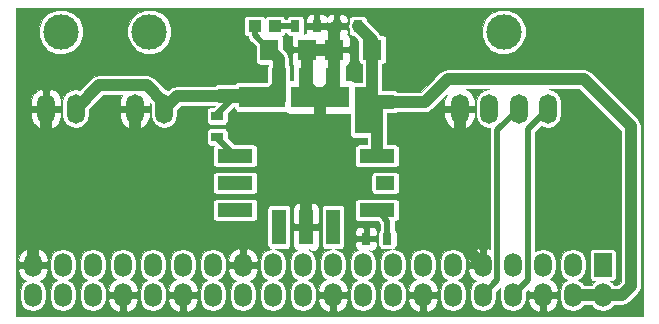
<source format=gbr>
G04 #@! TF.FileFunction,Copper,L1,Top,Signal*
%FSLAX46Y46*%
G04 Gerber Fmt 4.6, Leading zero omitted, Abs format (unit mm)*
G04 Created by KiCad (PCBNEW 4.0.4-stable) date 12/02/16 15:41:43*
%MOMM*%
%LPD*%
G01*
G04 APERTURE LIST*
%ADD10C,0.100000*%
%ADD11R,1.600000X1.800000*%
%ADD12R,1.100000X1.000000*%
%ADD13R,1.200000X3.000000*%
%ADD14R,3.000000X1.200000*%
%ADD15R,1.600000X1.200000*%
%ADD16R,5.000000X1.800000*%
%ADD17R,1.800000X4.000000*%
%ADD18R,4.000000X1.800000*%
%ADD19O,1.500000X2.500000*%
%ADD20C,3.000000*%
%ADD21R,0.800000X1.000000*%
%ADD22R,1.000000X0.800000*%
%ADD23R,1.500000X2.000000*%
%ADD24O,1.500000X2.000000*%
%ADD25C,1.000000*%
%ADD26C,0.500000*%
%ADD27C,0.026000*%
G04 APERTURE END LIST*
D10*
D11*
X48400000Y-33000000D03*
X51600000Y-33000000D03*
X57100000Y-33000000D03*
X53900000Y-33000000D03*
D12*
X47150000Y-31000000D03*
X48850000Y-31000000D03*
D13*
X51500000Y-36000000D03*
X49210000Y-36000000D03*
D14*
X45500000Y-42000000D03*
X45500000Y-36920000D03*
D13*
X53790000Y-36000000D03*
D14*
X57500000Y-37420000D03*
X57500000Y-42000000D03*
X57500000Y-46580000D03*
D13*
X51500000Y-48000000D03*
X49210000Y-48000000D03*
D14*
X45500000Y-46580000D03*
X45500000Y-44290000D03*
D15*
X58200000Y-44290000D03*
D13*
X53790000Y-48000000D03*
D16*
X52700000Y-37000000D03*
D17*
X56500000Y-38100000D03*
D18*
X47800000Y-37000000D03*
D19*
X29500000Y-38000000D03*
X32000000Y-38000000D03*
D20*
X30750000Y-31500000D03*
D19*
X64500000Y-38000000D03*
X67000000Y-38000000D03*
X69500000Y-38000000D03*
X72000000Y-38000000D03*
D20*
X68250000Y-31500000D03*
D21*
X50600000Y-31000000D03*
X52400000Y-31000000D03*
D22*
X44000000Y-38600000D03*
X44000000Y-40400000D03*
D21*
X58400000Y-49000000D03*
X56600000Y-49000000D03*
X55900000Y-31000000D03*
X54100000Y-31000000D03*
D19*
X37000000Y-38000000D03*
X39500000Y-38000000D03*
D20*
X38250000Y-31500000D03*
D23*
X76630000Y-51230000D03*
D24*
X76630000Y-53770000D03*
X74090000Y-51230000D03*
X74090000Y-53770000D03*
X71550000Y-51230000D03*
X71550000Y-53770000D03*
X69010000Y-51230000D03*
X69010000Y-53770000D03*
X66470000Y-51230000D03*
X66470000Y-53770000D03*
X63930000Y-51230000D03*
X63930000Y-53770000D03*
X61390000Y-51230000D03*
X61390000Y-53770000D03*
X58850000Y-51230000D03*
X58850000Y-53770000D03*
X56310000Y-51230000D03*
X56310000Y-53770000D03*
X53770000Y-51230000D03*
X53770000Y-53770000D03*
X51230000Y-51230000D03*
X51230000Y-53770000D03*
X48690000Y-51230000D03*
X48690000Y-53770000D03*
X46150000Y-51230000D03*
X46150000Y-53770000D03*
X43610000Y-51230000D03*
X43610000Y-53770000D03*
X41070000Y-51230000D03*
X41070000Y-53770000D03*
X38530000Y-51230000D03*
X38530000Y-53770000D03*
X35990000Y-51230000D03*
X35990000Y-53770000D03*
X33450000Y-51230000D03*
X33450000Y-53770000D03*
X30910000Y-51230000D03*
X30910000Y-53770000D03*
X28370000Y-51230000D03*
X28370000Y-53770000D03*
D25*
X39500000Y-38000000D02*
X40580000Y-36920000D01*
X40580000Y-36920000D02*
X45500000Y-36920000D01*
X32000000Y-38000000D02*
X34000000Y-36000000D01*
X38000000Y-36000000D02*
X39500000Y-37500000D01*
X34000000Y-36000000D02*
X38000000Y-36000000D01*
X39500000Y-37500000D02*
X39500000Y-38000000D01*
D26*
X44000000Y-38600000D02*
X44000000Y-38420000D01*
X44000000Y-38420000D02*
X45500000Y-36920000D01*
D25*
X49210000Y-36000000D02*
X48210000Y-37000000D01*
X48210000Y-37000000D02*
X47800000Y-37000000D01*
X47800000Y-37000000D02*
X45580000Y-37000000D01*
X45580000Y-37000000D02*
X45500000Y-36920000D01*
D26*
X47150000Y-31000000D02*
X47150000Y-31750000D01*
X47150000Y-31750000D02*
X48400000Y-33000000D01*
D25*
X48400000Y-33000000D02*
X49210000Y-33810000D01*
X49210000Y-33810000D02*
X49210000Y-36000000D01*
X52700000Y-37000000D02*
X52700000Y-41300000D01*
X52700000Y-41300000D02*
X51500000Y-42500000D01*
X66470000Y-51230000D02*
X64500000Y-49260000D01*
X64500000Y-49260000D02*
X64500000Y-38000000D01*
X29500000Y-42000000D02*
X35500000Y-42000000D01*
X37000000Y-40500000D02*
X37000000Y-38000000D01*
X35500000Y-42000000D02*
X37000000Y-40500000D01*
X29500000Y-38000000D02*
X29500000Y-42000000D01*
X28370000Y-43130000D02*
X28370000Y-51230000D01*
X29500000Y-42000000D02*
X28370000Y-43130000D01*
D26*
X56600000Y-49000000D02*
X55500000Y-49000000D01*
X54000000Y-45000000D02*
X51500000Y-45000000D01*
X55000000Y-46000000D02*
X54000000Y-45000000D01*
X55000000Y-48500000D02*
X55000000Y-46000000D01*
X55500000Y-49000000D02*
X55000000Y-48500000D01*
D25*
X51500000Y-42500000D02*
X51500000Y-45000000D01*
X51500000Y-45000000D02*
X51500000Y-48000000D01*
X54100000Y-31000000D02*
X53900000Y-31200000D01*
X53900000Y-31200000D02*
X53900000Y-33000000D01*
X53790000Y-36000000D02*
X52790000Y-37000000D01*
X52790000Y-37000000D02*
X52700000Y-37000000D01*
X52700000Y-37000000D02*
X52500000Y-37000000D01*
X52500000Y-37000000D02*
X51500000Y-36000000D01*
X53900000Y-33000000D02*
X53900000Y-35890000D01*
X53900000Y-35890000D02*
X53790000Y-36000000D01*
X51500000Y-36000000D02*
X51600000Y-35900000D01*
X51600000Y-35900000D02*
X51600000Y-33000000D01*
X51600000Y-33000000D02*
X53900000Y-33000000D01*
D26*
X52400000Y-31000000D02*
X54100000Y-31000000D01*
D25*
X76630000Y-53770000D02*
X78230000Y-53770000D01*
X61580000Y-37420000D02*
X57500000Y-37420000D01*
X63500000Y-35500000D02*
X61580000Y-37420000D01*
X75000000Y-35500000D02*
X63500000Y-35500000D01*
X79000000Y-39500000D02*
X75000000Y-35500000D01*
X79000000Y-53000000D02*
X79000000Y-39500000D01*
X78230000Y-53770000D02*
X79000000Y-53000000D01*
X74090000Y-53770000D02*
X76630000Y-53770000D01*
X57500000Y-37420000D02*
X57500000Y-42000000D01*
X57500000Y-37420000D02*
X56820000Y-38100000D01*
X56820000Y-38100000D02*
X56500000Y-38100000D01*
X56500000Y-38100000D02*
X57100000Y-37500000D01*
X57100000Y-37500000D02*
X57100000Y-33000000D01*
X55900000Y-31000000D02*
X57100000Y-32200000D01*
X57100000Y-32200000D02*
X57100000Y-33000000D01*
D26*
X48850000Y-31000000D02*
X50600000Y-31000000D01*
X44000000Y-40400000D02*
X44000000Y-40500000D01*
X44000000Y-40500000D02*
X45500000Y-42000000D01*
X57500000Y-46580000D02*
X58400000Y-47480000D01*
X58400000Y-47480000D02*
X58400000Y-49000000D01*
X69500000Y-38000000D02*
X67700000Y-39800000D01*
X67700000Y-52540000D02*
X66470000Y-53770000D01*
X67700000Y-39800000D02*
X67700000Y-52540000D01*
X69010000Y-53770000D02*
X70300000Y-52480000D01*
X70300000Y-39700000D02*
X72000000Y-38000000D01*
X70300000Y-52480000D02*
X70300000Y-39700000D01*
D27*
G36*
X80062000Y-55562000D02*
X26938000Y-55562000D01*
X26938000Y-51670072D01*
X27112399Y-51670072D01*
X27280866Y-52136867D01*
X27615144Y-52503660D01*
X27766025Y-52583987D01*
X27582990Y-52706287D01*
X27341722Y-53067370D01*
X27257000Y-53493297D01*
X27257000Y-54046703D01*
X27341722Y-54472630D01*
X27582990Y-54833713D01*
X27944073Y-55074981D01*
X28370000Y-55159703D01*
X28795927Y-55074981D01*
X29157010Y-54833713D01*
X29398278Y-54472630D01*
X29483000Y-54046703D01*
X29483000Y-53493297D01*
X29398278Y-53067370D01*
X29157010Y-52706287D01*
X28973975Y-52583987D01*
X29124856Y-52503660D01*
X29459134Y-52136867D01*
X29627601Y-51670072D01*
X29511602Y-51471000D01*
X28611000Y-51471000D01*
X28611000Y-51491000D01*
X28129000Y-51491000D01*
X28129000Y-51471000D01*
X27228398Y-51471000D01*
X27112399Y-51670072D01*
X26938000Y-51670072D01*
X26938000Y-50789928D01*
X27112399Y-50789928D01*
X27228398Y-50989000D01*
X28129000Y-50989000D01*
X28129000Y-49864998D01*
X28611000Y-49864998D01*
X28611000Y-50989000D01*
X29511602Y-50989000D01*
X29532406Y-50953297D01*
X29797000Y-50953297D01*
X29797000Y-51506703D01*
X29881722Y-51932630D01*
X30122990Y-52293713D01*
X30431720Y-52500000D01*
X30122990Y-52706287D01*
X29881722Y-53067370D01*
X29797000Y-53493297D01*
X29797000Y-54046703D01*
X29881722Y-54472630D01*
X30122990Y-54833713D01*
X30484073Y-55074981D01*
X30910000Y-55159703D01*
X31335927Y-55074981D01*
X31697010Y-54833713D01*
X31938278Y-54472630D01*
X32023000Y-54046703D01*
X32023000Y-53493297D01*
X31938278Y-53067370D01*
X31697010Y-52706287D01*
X31388280Y-52500000D01*
X31697010Y-52293713D01*
X31938278Y-51932630D01*
X32023000Y-51506703D01*
X32023000Y-50953297D01*
X32337000Y-50953297D01*
X32337000Y-51506703D01*
X32421722Y-51932630D01*
X32662990Y-52293713D01*
X32971720Y-52500000D01*
X32662990Y-52706287D01*
X32421722Y-53067370D01*
X32337000Y-53493297D01*
X32337000Y-54046703D01*
X32421722Y-54472630D01*
X32662990Y-54833713D01*
X33024073Y-55074981D01*
X33450000Y-55159703D01*
X33875927Y-55074981D01*
X34237010Y-54833713D01*
X34478278Y-54472630D01*
X34530503Y-54210072D01*
X34732399Y-54210072D01*
X34900866Y-54676867D01*
X35235144Y-55043660D01*
X35556746Y-55214877D01*
X35749000Y-55135002D01*
X35749000Y-54011000D01*
X36231000Y-54011000D01*
X36231000Y-55135002D01*
X36423254Y-55214877D01*
X36744856Y-55043660D01*
X37079134Y-54676867D01*
X37247601Y-54210072D01*
X37131602Y-54011000D01*
X36231000Y-54011000D01*
X35749000Y-54011000D01*
X34848398Y-54011000D01*
X34732399Y-54210072D01*
X34530503Y-54210072D01*
X34563000Y-54046703D01*
X34563000Y-53493297D01*
X34530504Y-53329928D01*
X34732399Y-53329928D01*
X34848398Y-53529000D01*
X35749000Y-53529000D01*
X35749000Y-53509000D01*
X36231000Y-53509000D01*
X36231000Y-53529000D01*
X37131602Y-53529000D01*
X37247601Y-53329928D01*
X37079134Y-52863133D01*
X36744856Y-52496340D01*
X36593975Y-52416013D01*
X36777010Y-52293713D01*
X37018278Y-51932630D01*
X37103000Y-51506703D01*
X37103000Y-50953297D01*
X37417000Y-50953297D01*
X37417000Y-51506703D01*
X37501722Y-51932630D01*
X37742990Y-52293713D01*
X38051720Y-52500000D01*
X37742990Y-52706287D01*
X37501722Y-53067370D01*
X37417000Y-53493297D01*
X37417000Y-54046703D01*
X37501722Y-54472630D01*
X37742990Y-54833713D01*
X38104073Y-55074981D01*
X38530000Y-55159703D01*
X38955927Y-55074981D01*
X39317010Y-54833713D01*
X39558278Y-54472630D01*
X39610503Y-54210072D01*
X39812399Y-54210072D01*
X39980866Y-54676867D01*
X40315144Y-55043660D01*
X40636746Y-55214877D01*
X40829000Y-55135002D01*
X40829000Y-54011000D01*
X41311000Y-54011000D01*
X41311000Y-55135002D01*
X41503254Y-55214877D01*
X41824856Y-55043660D01*
X42159134Y-54676867D01*
X42327601Y-54210072D01*
X42211602Y-54011000D01*
X41311000Y-54011000D01*
X40829000Y-54011000D01*
X39928398Y-54011000D01*
X39812399Y-54210072D01*
X39610503Y-54210072D01*
X39643000Y-54046703D01*
X39643000Y-53493297D01*
X39610504Y-53329928D01*
X39812399Y-53329928D01*
X39928398Y-53529000D01*
X40829000Y-53529000D01*
X40829000Y-53509000D01*
X41311000Y-53509000D01*
X41311000Y-53529000D01*
X42211602Y-53529000D01*
X42327601Y-53329928D01*
X42159134Y-52863133D01*
X41824856Y-52496340D01*
X41673975Y-52416013D01*
X41857010Y-52293713D01*
X42098278Y-51932630D01*
X42183000Y-51506703D01*
X42183000Y-50953297D01*
X42497000Y-50953297D01*
X42497000Y-51506703D01*
X42581722Y-51932630D01*
X42822990Y-52293713D01*
X43131720Y-52500000D01*
X42822990Y-52706287D01*
X42581722Y-53067370D01*
X42497000Y-53493297D01*
X42497000Y-54046703D01*
X42581722Y-54472630D01*
X42822990Y-54833713D01*
X43184073Y-55074981D01*
X43610000Y-55159703D01*
X44035927Y-55074981D01*
X44397010Y-54833713D01*
X44638278Y-54472630D01*
X44723000Y-54046703D01*
X44723000Y-53493297D01*
X44638278Y-53067370D01*
X44397010Y-52706287D01*
X44088280Y-52500000D01*
X44397010Y-52293713D01*
X44638278Y-51932630D01*
X44690503Y-51670072D01*
X44892399Y-51670072D01*
X45060866Y-52136867D01*
X45395144Y-52503660D01*
X45546025Y-52583987D01*
X45362990Y-52706287D01*
X45121722Y-53067370D01*
X45037000Y-53493297D01*
X45037000Y-54046703D01*
X45121722Y-54472630D01*
X45362990Y-54833713D01*
X45724073Y-55074981D01*
X46150000Y-55159703D01*
X46575927Y-55074981D01*
X46937010Y-54833713D01*
X47178278Y-54472630D01*
X47263000Y-54046703D01*
X47263000Y-53493297D01*
X47178278Y-53067370D01*
X46937010Y-52706287D01*
X46753975Y-52583987D01*
X46904856Y-52503660D01*
X47239134Y-52136867D01*
X47407601Y-51670072D01*
X47291602Y-51471000D01*
X46391000Y-51471000D01*
X46391000Y-51491000D01*
X45909000Y-51491000D01*
X45909000Y-51471000D01*
X45008398Y-51471000D01*
X44892399Y-51670072D01*
X44690503Y-51670072D01*
X44723000Y-51506703D01*
X44723000Y-50953297D01*
X44690504Y-50789928D01*
X44892399Y-50789928D01*
X45008398Y-50989000D01*
X45909000Y-50989000D01*
X45909000Y-49864998D01*
X46391000Y-49864998D01*
X46391000Y-50989000D01*
X47291602Y-50989000D01*
X47312406Y-50953297D01*
X47577000Y-50953297D01*
X47577000Y-51506703D01*
X47661722Y-51932630D01*
X47902990Y-52293713D01*
X48211720Y-52500000D01*
X47902990Y-52706287D01*
X47661722Y-53067370D01*
X47577000Y-53493297D01*
X47577000Y-54046703D01*
X47661722Y-54472630D01*
X47902990Y-54833713D01*
X48264073Y-55074981D01*
X48690000Y-55159703D01*
X49115927Y-55074981D01*
X49477010Y-54833713D01*
X49718278Y-54472630D01*
X49803000Y-54046703D01*
X49803000Y-53493297D01*
X49718278Y-53067370D01*
X49477010Y-52706287D01*
X49168280Y-52500000D01*
X49477010Y-52293713D01*
X49718278Y-51932630D01*
X49803000Y-51506703D01*
X49803000Y-50953297D01*
X50117000Y-50953297D01*
X50117000Y-51506703D01*
X50201722Y-51932630D01*
X50442990Y-52293713D01*
X50751720Y-52500000D01*
X50442990Y-52706287D01*
X50201722Y-53067370D01*
X50117000Y-53493297D01*
X50117000Y-54046703D01*
X50201722Y-54472630D01*
X50442990Y-54833713D01*
X50804073Y-55074981D01*
X51230000Y-55159703D01*
X51655927Y-55074981D01*
X52017010Y-54833713D01*
X52258278Y-54472630D01*
X52310503Y-54210072D01*
X52512399Y-54210072D01*
X52680866Y-54676867D01*
X53015144Y-55043660D01*
X53336746Y-55214877D01*
X53529000Y-55135002D01*
X53529000Y-54011000D01*
X54011000Y-54011000D01*
X54011000Y-55135002D01*
X54203254Y-55214877D01*
X54524856Y-55043660D01*
X54859134Y-54676867D01*
X55027601Y-54210072D01*
X54911602Y-54011000D01*
X54011000Y-54011000D01*
X53529000Y-54011000D01*
X52628398Y-54011000D01*
X52512399Y-54210072D01*
X52310503Y-54210072D01*
X52343000Y-54046703D01*
X52343000Y-53493297D01*
X52310504Y-53329928D01*
X52512399Y-53329928D01*
X52628398Y-53529000D01*
X53529000Y-53529000D01*
X53529000Y-53509000D01*
X54011000Y-53509000D01*
X54011000Y-53529000D01*
X54911602Y-53529000D01*
X55027601Y-53329928D01*
X54859134Y-52863133D01*
X54524856Y-52496340D01*
X54373975Y-52416013D01*
X54557010Y-52293713D01*
X54798278Y-51932630D01*
X54883000Y-51506703D01*
X54883000Y-50953297D01*
X55197000Y-50953297D01*
X55197000Y-51506703D01*
X55281722Y-51932630D01*
X55522990Y-52293713D01*
X55831720Y-52500000D01*
X55522990Y-52706287D01*
X55281722Y-53067370D01*
X55197000Y-53493297D01*
X55197000Y-54046703D01*
X55281722Y-54472630D01*
X55522990Y-54833713D01*
X55884073Y-55074981D01*
X56310000Y-55159703D01*
X56735927Y-55074981D01*
X57097010Y-54833713D01*
X57338278Y-54472630D01*
X57423000Y-54046703D01*
X57423000Y-53493297D01*
X57338278Y-53067370D01*
X57097010Y-52706287D01*
X56788280Y-52500000D01*
X57097010Y-52293713D01*
X57338278Y-51932630D01*
X57423000Y-51506703D01*
X57423000Y-50953297D01*
X57338278Y-50527370D01*
X57097010Y-50166287D01*
X56841002Y-49995228D01*
X56841002Y-49931752D01*
X56930250Y-50021000D01*
X57103633Y-50021000D01*
X57295122Y-49941683D01*
X57441682Y-49795123D01*
X57521000Y-49603634D01*
X57521000Y-49371250D01*
X57390750Y-49241000D01*
X56800000Y-49241000D01*
X56800000Y-49261000D01*
X56400000Y-49261000D01*
X56400000Y-49241000D01*
X55809250Y-49241000D01*
X55679000Y-49371250D01*
X55679000Y-49603634D01*
X55758318Y-49795123D01*
X55887527Y-49924332D01*
X55884073Y-49925019D01*
X55522990Y-50166287D01*
X55281722Y-50527370D01*
X55197000Y-50953297D01*
X54883000Y-50953297D01*
X54798278Y-50527370D01*
X54557010Y-50166287D01*
X54195927Y-49925019D01*
X53919885Y-49870111D01*
X54390000Y-49870111D01*
X54524520Y-49844799D01*
X54648068Y-49765298D01*
X54730951Y-49643994D01*
X54760111Y-49500000D01*
X54760111Y-48396366D01*
X55679000Y-48396366D01*
X55679000Y-48628750D01*
X55809250Y-48759000D01*
X56400000Y-48759000D01*
X56400000Y-48109250D01*
X56800000Y-48109250D01*
X56800000Y-48759000D01*
X57390750Y-48759000D01*
X57521000Y-48628750D01*
X57521000Y-48396366D01*
X57441682Y-48204877D01*
X57295122Y-48058317D01*
X57103633Y-47979000D01*
X56930250Y-47979000D01*
X56800000Y-48109250D01*
X56400000Y-48109250D01*
X56269750Y-47979000D01*
X56096367Y-47979000D01*
X55904878Y-48058317D01*
X55758318Y-48204877D01*
X55679000Y-48396366D01*
X54760111Y-48396366D01*
X54760111Y-46500000D01*
X54734799Y-46365480D01*
X54655298Y-46241932D01*
X54533994Y-46159049D01*
X54390000Y-46129889D01*
X53190000Y-46129889D01*
X53055480Y-46155201D01*
X52931932Y-46234702D01*
X52849049Y-46356006D01*
X52819889Y-46500000D01*
X52819889Y-49500000D01*
X52845201Y-49634520D01*
X52924702Y-49758068D01*
X53046006Y-49840951D01*
X53190000Y-49870111D01*
X53620115Y-49870111D01*
X53344073Y-49925019D01*
X52982990Y-50166287D01*
X52741722Y-50527370D01*
X52657000Y-50953297D01*
X52657000Y-51506703D01*
X52741722Y-51932630D01*
X52982990Y-52293713D01*
X53166025Y-52416013D01*
X53015144Y-52496340D01*
X52680866Y-52863133D01*
X52512399Y-53329928D01*
X52310504Y-53329928D01*
X52258278Y-53067370D01*
X52017010Y-52706287D01*
X51708280Y-52500000D01*
X52017010Y-52293713D01*
X52258278Y-51932630D01*
X52343000Y-51506703D01*
X52343000Y-50953297D01*
X52258278Y-50527370D01*
X52017010Y-50166287D01*
X51741002Y-49981864D01*
X51741002Y-49890752D01*
X51871250Y-50021000D01*
X52203633Y-50021000D01*
X52395122Y-49941683D01*
X52541682Y-49795123D01*
X52621000Y-49603634D01*
X52621000Y-48371250D01*
X52490750Y-48241000D01*
X51741000Y-48241000D01*
X51741000Y-48261000D01*
X51259000Y-48261000D01*
X51259000Y-48241000D01*
X50509250Y-48241000D01*
X50379000Y-48371250D01*
X50379000Y-49603634D01*
X50458318Y-49795123D01*
X50604878Y-49941683D01*
X50712449Y-49986240D01*
X50442990Y-50166287D01*
X50201722Y-50527370D01*
X50117000Y-50953297D01*
X49803000Y-50953297D01*
X49718278Y-50527370D01*
X49477010Y-50166287D01*
X49115927Y-49925019D01*
X48839885Y-49870111D01*
X49810000Y-49870111D01*
X49944520Y-49844799D01*
X50068068Y-49765298D01*
X50150951Y-49643994D01*
X50180111Y-49500000D01*
X50180111Y-46500000D01*
X50160611Y-46396366D01*
X50379000Y-46396366D01*
X50379000Y-47628750D01*
X50509250Y-47759000D01*
X51259000Y-47759000D01*
X51259000Y-46109250D01*
X51741000Y-46109250D01*
X51741000Y-47759000D01*
X52490750Y-47759000D01*
X52621000Y-47628750D01*
X52621000Y-46396366D01*
X52541682Y-46204877D01*
X52395122Y-46058317D01*
X52206048Y-45980000D01*
X55629889Y-45980000D01*
X55629889Y-47180000D01*
X55655201Y-47314520D01*
X55734702Y-47438068D01*
X55856006Y-47520951D01*
X56000000Y-47550111D01*
X57603198Y-47550111D01*
X57787000Y-47733913D01*
X57787000Y-48205702D01*
X57741932Y-48234702D01*
X57659049Y-48356006D01*
X57629889Y-48500000D01*
X57629889Y-49500000D01*
X57655201Y-49634520D01*
X57734702Y-49758068D01*
X57856006Y-49840951D01*
X58000000Y-49870111D01*
X58700115Y-49870111D01*
X58424073Y-49925019D01*
X58062990Y-50166287D01*
X57821722Y-50527370D01*
X57737000Y-50953297D01*
X57737000Y-51506703D01*
X57821722Y-51932630D01*
X58062990Y-52293713D01*
X58371720Y-52500000D01*
X58062990Y-52706287D01*
X57821722Y-53067370D01*
X57737000Y-53493297D01*
X57737000Y-54046703D01*
X57821722Y-54472630D01*
X58062990Y-54833713D01*
X58424073Y-55074981D01*
X58850000Y-55159703D01*
X59275927Y-55074981D01*
X59637010Y-54833713D01*
X59878278Y-54472630D01*
X59930503Y-54210072D01*
X60132399Y-54210072D01*
X60300866Y-54676867D01*
X60635144Y-55043660D01*
X60956746Y-55214877D01*
X61149000Y-55135002D01*
X61149000Y-54011000D01*
X61631000Y-54011000D01*
X61631000Y-55135002D01*
X61823254Y-55214877D01*
X62144856Y-55043660D01*
X62479134Y-54676867D01*
X62647601Y-54210072D01*
X62531602Y-54011000D01*
X61631000Y-54011000D01*
X61149000Y-54011000D01*
X60248398Y-54011000D01*
X60132399Y-54210072D01*
X59930503Y-54210072D01*
X59963000Y-54046703D01*
X59963000Y-53493297D01*
X59930504Y-53329928D01*
X60132399Y-53329928D01*
X60248398Y-53529000D01*
X61149000Y-53529000D01*
X61149000Y-53509000D01*
X61631000Y-53509000D01*
X61631000Y-53529000D01*
X62531602Y-53529000D01*
X62647601Y-53329928D01*
X62479134Y-52863133D01*
X62144856Y-52496340D01*
X61993975Y-52416013D01*
X62177010Y-52293713D01*
X62418278Y-51932630D01*
X62503000Y-51506703D01*
X62503000Y-50953297D01*
X62817000Y-50953297D01*
X62817000Y-51506703D01*
X62901722Y-51932630D01*
X63142990Y-52293713D01*
X63451720Y-52500000D01*
X63142990Y-52706287D01*
X62901722Y-53067370D01*
X62817000Y-53493297D01*
X62817000Y-54046703D01*
X62901722Y-54472630D01*
X63142990Y-54833713D01*
X63504073Y-55074981D01*
X63930000Y-55159703D01*
X64355927Y-55074981D01*
X64717010Y-54833713D01*
X64958278Y-54472630D01*
X65043000Y-54046703D01*
X65043000Y-53493297D01*
X64958278Y-53067370D01*
X64717010Y-52706287D01*
X64408280Y-52500000D01*
X64717010Y-52293713D01*
X64958278Y-51932630D01*
X65043000Y-51506703D01*
X65043000Y-50953297D01*
X65010504Y-50789928D01*
X65212399Y-50789928D01*
X65328398Y-50989000D01*
X66229000Y-50989000D01*
X66229000Y-49864998D01*
X66036746Y-49785123D01*
X65715144Y-49956340D01*
X65380866Y-50323133D01*
X65212399Y-50789928D01*
X65010504Y-50789928D01*
X64958278Y-50527370D01*
X64717010Y-50166287D01*
X64355927Y-49925019D01*
X63930000Y-49840297D01*
X63504073Y-49925019D01*
X63142990Y-50166287D01*
X62901722Y-50527370D01*
X62817000Y-50953297D01*
X62503000Y-50953297D01*
X62418278Y-50527370D01*
X62177010Y-50166287D01*
X61815927Y-49925019D01*
X61390000Y-49840297D01*
X60964073Y-49925019D01*
X60602990Y-50166287D01*
X60361722Y-50527370D01*
X60277000Y-50953297D01*
X60277000Y-51506703D01*
X60361722Y-51932630D01*
X60602990Y-52293713D01*
X60786025Y-52416013D01*
X60635144Y-52496340D01*
X60300866Y-52863133D01*
X60132399Y-53329928D01*
X59930504Y-53329928D01*
X59878278Y-53067370D01*
X59637010Y-52706287D01*
X59328280Y-52500000D01*
X59637010Y-52293713D01*
X59878278Y-51932630D01*
X59963000Y-51506703D01*
X59963000Y-50953297D01*
X59878278Y-50527370D01*
X59637010Y-50166287D01*
X59275927Y-49925019D01*
X58902717Y-49850783D01*
X58934520Y-49844799D01*
X59058068Y-49765298D01*
X59140951Y-49643994D01*
X59170111Y-49500000D01*
X59170111Y-48500000D01*
X59144799Y-48365480D01*
X59065298Y-48241932D01*
X59013000Y-48206199D01*
X59013000Y-47547665D01*
X59134520Y-47524799D01*
X59258068Y-47445298D01*
X59340951Y-47323994D01*
X59370111Y-47180000D01*
X59370111Y-45980000D01*
X59344799Y-45845480D01*
X59265298Y-45721932D01*
X59143994Y-45639049D01*
X59000000Y-45609889D01*
X56000000Y-45609889D01*
X55865480Y-45635201D01*
X55741932Y-45714702D01*
X55659049Y-45836006D01*
X55629889Y-45980000D01*
X52206048Y-45980000D01*
X52203633Y-45979000D01*
X51871250Y-45979000D01*
X51741000Y-46109250D01*
X51259000Y-46109250D01*
X51128750Y-45979000D01*
X50796367Y-45979000D01*
X50604878Y-46058317D01*
X50458318Y-46204877D01*
X50379000Y-46396366D01*
X50160611Y-46396366D01*
X50154799Y-46365480D01*
X50075298Y-46241932D01*
X49953994Y-46159049D01*
X49810000Y-46129889D01*
X48610000Y-46129889D01*
X48475480Y-46155201D01*
X48351932Y-46234702D01*
X48269049Y-46356006D01*
X48239889Y-46500000D01*
X48239889Y-49500000D01*
X48265201Y-49634520D01*
X48344702Y-49758068D01*
X48466006Y-49840951D01*
X48575370Y-49863098D01*
X48264073Y-49925019D01*
X47902990Y-50166287D01*
X47661722Y-50527370D01*
X47577000Y-50953297D01*
X47312406Y-50953297D01*
X47407601Y-50789928D01*
X47239134Y-50323133D01*
X46904856Y-49956340D01*
X46583254Y-49785123D01*
X46391000Y-49864998D01*
X45909000Y-49864998D01*
X45716746Y-49785123D01*
X45395144Y-49956340D01*
X45060866Y-50323133D01*
X44892399Y-50789928D01*
X44690504Y-50789928D01*
X44638278Y-50527370D01*
X44397010Y-50166287D01*
X44035927Y-49925019D01*
X43610000Y-49840297D01*
X43184073Y-49925019D01*
X42822990Y-50166287D01*
X42581722Y-50527370D01*
X42497000Y-50953297D01*
X42183000Y-50953297D01*
X42098278Y-50527370D01*
X41857010Y-50166287D01*
X41495927Y-49925019D01*
X41070000Y-49840297D01*
X40644073Y-49925019D01*
X40282990Y-50166287D01*
X40041722Y-50527370D01*
X39957000Y-50953297D01*
X39957000Y-51506703D01*
X40041722Y-51932630D01*
X40282990Y-52293713D01*
X40466025Y-52416013D01*
X40315144Y-52496340D01*
X39980866Y-52863133D01*
X39812399Y-53329928D01*
X39610504Y-53329928D01*
X39558278Y-53067370D01*
X39317010Y-52706287D01*
X39008280Y-52500000D01*
X39317010Y-52293713D01*
X39558278Y-51932630D01*
X39643000Y-51506703D01*
X39643000Y-50953297D01*
X39558278Y-50527370D01*
X39317010Y-50166287D01*
X38955927Y-49925019D01*
X38530000Y-49840297D01*
X38104073Y-49925019D01*
X37742990Y-50166287D01*
X37501722Y-50527370D01*
X37417000Y-50953297D01*
X37103000Y-50953297D01*
X37018278Y-50527370D01*
X36777010Y-50166287D01*
X36415927Y-49925019D01*
X35990000Y-49840297D01*
X35564073Y-49925019D01*
X35202990Y-50166287D01*
X34961722Y-50527370D01*
X34877000Y-50953297D01*
X34877000Y-51506703D01*
X34961722Y-51932630D01*
X35202990Y-52293713D01*
X35386025Y-52416013D01*
X35235144Y-52496340D01*
X34900866Y-52863133D01*
X34732399Y-53329928D01*
X34530504Y-53329928D01*
X34478278Y-53067370D01*
X34237010Y-52706287D01*
X33928280Y-52500000D01*
X34237010Y-52293713D01*
X34478278Y-51932630D01*
X34563000Y-51506703D01*
X34563000Y-50953297D01*
X34478278Y-50527370D01*
X34237010Y-50166287D01*
X33875927Y-49925019D01*
X33450000Y-49840297D01*
X33024073Y-49925019D01*
X32662990Y-50166287D01*
X32421722Y-50527370D01*
X32337000Y-50953297D01*
X32023000Y-50953297D01*
X31938278Y-50527370D01*
X31697010Y-50166287D01*
X31335927Y-49925019D01*
X30910000Y-49840297D01*
X30484073Y-49925019D01*
X30122990Y-50166287D01*
X29881722Y-50527370D01*
X29797000Y-50953297D01*
X29532406Y-50953297D01*
X29627601Y-50789928D01*
X29459134Y-50323133D01*
X29124856Y-49956340D01*
X28803254Y-49785123D01*
X28611000Y-49864998D01*
X28129000Y-49864998D01*
X27936746Y-49785123D01*
X27615144Y-49956340D01*
X27280866Y-50323133D01*
X27112399Y-50789928D01*
X26938000Y-50789928D01*
X26938000Y-45980000D01*
X43629889Y-45980000D01*
X43629889Y-47180000D01*
X43655201Y-47314520D01*
X43734702Y-47438068D01*
X43856006Y-47520951D01*
X44000000Y-47550111D01*
X47000000Y-47550111D01*
X47134520Y-47524799D01*
X47258068Y-47445298D01*
X47340951Y-47323994D01*
X47370111Y-47180000D01*
X47370111Y-45980000D01*
X47344799Y-45845480D01*
X47265298Y-45721932D01*
X47143994Y-45639049D01*
X47000000Y-45609889D01*
X44000000Y-45609889D01*
X43865480Y-45635201D01*
X43741932Y-45714702D01*
X43659049Y-45836006D01*
X43629889Y-45980000D01*
X26938000Y-45980000D01*
X26938000Y-43690000D01*
X43629889Y-43690000D01*
X43629889Y-44890000D01*
X43655201Y-45024520D01*
X43734702Y-45148068D01*
X43856006Y-45230951D01*
X44000000Y-45260111D01*
X47000000Y-45260111D01*
X47134520Y-45234799D01*
X47258068Y-45155298D01*
X47340951Y-45033994D01*
X47370111Y-44890000D01*
X47370111Y-43690000D01*
X57029889Y-43690000D01*
X57029889Y-44890000D01*
X57055201Y-45024520D01*
X57134702Y-45148068D01*
X57256006Y-45230951D01*
X57400000Y-45260111D01*
X59000000Y-45260111D01*
X59134520Y-45234799D01*
X59258068Y-45155298D01*
X59340951Y-45033994D01*
X59370111Y-44890000D01*
X59370111Y-43690000D01*
X59344799Y-43555480D01*
X59265298Y-43431932D01*
X59143994Y-43349049D01*
X59000000Y-43319889D01*
X57400000Y-43319889D01*
X57265480Y-43345201D01*
X57141932Y-43424702D01*
X57059049Y-43546006D01*
X57029889Y-43690000D01*
X47370111Y-43690000D01*
X47344799Y-43555480D01*
X47265298Y-43431932D01*
X47143994Y-43349049D01*
X47000000Y-43319889D01*
X44000000Y-43319889D01*
X43865480Y-43345201D01*
X43741932Y-43424702D01*
X43659049Y-43546006D01*
X43629889Y-43690000D01*
X26938000Y-43690000D01*
X26938000Y-40000000D01*
X43129889Y-40000000D01*
X43129889Y-40800000D01*
X43155201Y-40934520D01*
X43234702Y-41058068D01*
X43356006Y-41140951D01*
X43500000Y-41170111D01*
X43717738Y-41170111D01*
X43659049Y-41256006D01*
X43629889Y-41400000D01*
X43629889Y-42600000D01*
X43655201Y-42734520D01*
X43734702Y-42858068D01*
X43856006Y-42940951D01*
X44000000Y-42970111D01*
X47000000Y-42970111D01*
X47134520Y-42944799D01*
X47258068Y-42865298D01*
X47340951Y-42743994D01*
X47370111Y-42600000D01*
X47370111Y-41400000D01*
X47344799Y-41265480D01*
X47265298Y-41141932D01*
X47143994Y-41059049D01*
X47000000Y-41029889D01*
X45396802Y-41029889D01*
X44870111Y-40503199D01*
X44870111Y-40000000D01*
X44844799Y-39865480D01*
X44765298Y-39741932D01*
X44643994Y-39659049D01*
X44500000Y-39629889D01*
X43500000Y-39629889D01*
X43365480Y-39655201D01*
X43241932Y-39734702D01*
X43159049Y-39856006D01*
X43129889Y-40000000D01*
X26938000Y-40000000D01*
X26938000Y-38241000D01*
X28229000Y-38241000D01*
X28229000Y-38741000D01*
X28417976Y-39209046D01*
X28771680Y-39569146D01*
X29066746Y-39694877D01*
X29259000Y-39615002D01*
X29259000Y-38241000D01*
X29741000Y-38241000D01*
X29741000Y-39615002D01*
X29933254Y-39694877D01*
X30228320Y-39569146D01*
X30582024Y-39209046D01*
X30771000Y-38741000D01*
X30771000Y-38241000D01*
X29741000Y-38241000D01*
X29259000Y-38241000D01*
X28229000Y-38241000D01*
X26938000Y-38241000D01*
X26938000Y-37259000D01*
X28229000Y-37259000D01*
X28229000Y-37759000D01*
X29259000Y-37759000D01*
X29259000Y-36384998D01*
X29741000Y-36384998D01*
X29741000Y-37759000D01*
X30771000Y-37759000D01*
X30771000Y-37468399D01*
X30887000Y-37468399D01*
X30887000Y-38531601D01*
X30971722Y-38957528D01*
X31212990Y-39318611D01*
X31574073Y-39559879D01*
X32000000Y-39644601D01*
X32425927Y-39559879D01*
X32787010Y-39318611D01*
X33028278Y-38957528D01*
X33113000Y-38531601D01*
X33113000Y-38241000D01*
X35729000Y-38241000D01*
X35729000Y-38741000D01*
X35917976Y-39209046D01*
X36271680Y-39569146D01*
X36566746Y-39694877D01*
X36759000Y-39615002D01*
X36759000Y-38241000D01*
X37241000Y-38241000D01*
X37241000Y-39615002D01*
X37433254Y-39694877D01*
X37728320Y-39569146D01*
X38082024Y-39209046D01*
X38271000Y-38741000D01*
X38271000Y-38241000D01*
X37241000Y-38241000D01*
X36759000Y-38241000D01*
X35729000Y-38241000D01*
X33113000Y-38241000D01*
X33113000Y-38107466D01*
X34357466Y-36863000D01*
X35888887Y-36863000D01*
X35729000Y-37259000D01*
X35729000Y-37759000D01*
X36759000Y-37759000D01*
X36759000Y-37739000D01*
X37241000Y-37739000D01*
X37241000Y-37759000D01*
X38271000Y-37759000D01*
X38271000Y-37491466D01*
X38387000Y-37607466D01*
X38387000Y-38531601D01*
X38471722Y-38957528D01*
X38712990Y-39318611D01*
X39074073Y-39559879D01*
X39500000Y-39644601D01*
X39925927Y-39559879D01*
X40287010Y-39318611D01*
X40528278Y-38957528D01*
X40613000Y-38531601D01*
X40613000Y-38107466D01*
X40937466Y-37783000D01*
X43741920Y-37783000D01*
X43758654Y-37794434D01*
X43723199Y-37829889D01*
X43500000Y-37829889D01*
X43365480Y-37855201D01*
X43241932Y-37934702D01*
X43159049Y-38056006D01*
X43129889Y-38200000D01*
X43129889Y-39000000D01*
X43155201Y-39134520D01*
X43234702Y-39258068D01*
X43356006Y-39340951D01*
X43500000Y-39370111D01*
X44500000Y-39370111D01*
X44634520Y-39344799D01*
X44758068Y-39265298D01*
X44840951Y-39143994D01*
X44870111Y-39000000D01*
X44870111Y-38416801D01*
X45396802Y-37890111D01*
X45429889Y-37890111D01*
X45429889Y-37900000D01*
X45455201Y-38034520D01*
X45534702Y-38158068D01*
X45656006Y-38240951D01*
X45800000Y-38270111D01*
X49800000Y-38270111D01*
X49828031Y-38264836D01*
X49904878Y-38341683D01*
X50096367Y-38421000D01*
X52328750Y-38421000D01*
X52459000Y-38290750D01*
X52459000Y-37877805D01*
X52541682Y-37795123D01*
X52621000Y-37603634D01*
X52621000Y-36739000D01*
X52669000Y-36739000D01*
X52669000Y-37603634D01*
X52748318Y-37795123D01*
X52894878Y-37941683D01*
X52941000Y-37960787D01*
X52941000Y-38290750D01*
X53071250Y-38421000D01*
X55229889Y-38421000D01*
X55229889Y-40100000D01*
X55255201Y-40234520D01*
X55334702Y-40358068D01*
X55456006Y-40440951D01*
X55600000Y-40470111D01*
X56637000Y-40470111D01*
X56637000Y-41029889D01*
X56000000Y-41029889D01*
X55865480Y-41055201D01*
X55741932Y-41134702D01*
X55659049Y-41256006D01*
X55629889Y-41400000D01*
X55629889Y-42600000D01*
X55655201Y-42734520D01*
X55734702Y-42858068D01*
X55856006Y-42940951D01*
X56000000Y-42970111D01*
X59000000Y-42970111D01*
X59134520Y-42944799D01*
X59258068Y-42865298D01*
X59340951Y-42743994D01*
X59370111Y-42600000D01*
X59370111Y-41400000D01*
X59344799Y-41265480D01*
X59265298Y-41141932D01*
X59143994Y-41059049D01*
X59000000Y-41029889D01*
X58363000Y-41029889D01*
X58363000Y-38390111D01*
X59000000Y-38390111D01*
X59134520Y-38364799D01*
X59258068Y-38285298D01*
X59259638Y-38283000D01*
X61580000Y-38283000D01*
X61791148Y-38241000D01*
X63229000Y-38241000D01*
X63229000Y-38741000D01*
X63417976Y-39209046D01*
X63771680Y-39569146D01*
X64066746Y-39694877D01*
X64259000Y-39615002D01*
X64259000Y-38241000D01*
X64741000Y-38241000D01*
X64741000Y-39615002D01*
X64933254Y-39694877D01*
X65228320Y-39569146D01*
X65582024Y-39209046D01*
X65771000Y-38741000D01*
X65771000Y-38241000D01*
X64741000Y-38241000D01*
X64259000Y-38241000D01*
X63229000Y-38241000D01*
X61791148Y-38241000D01*
X61910256Y-38217308D01*
X62190233Y-38030233D01*
X63410164Y-36810302D01*
X63229000Y-37259000D01*
X63229000Y-37759000D01*
X64259000Y-37759000D01*
X64259000Y-37739000D01*
X64741000Y-37739000D01*
X64741000Y-37759000D01*
X65771000Y-37759000D01*
X65771000Y-37259000D01*
X65582024Y-36790954D01*
X65228320Y-36430854D01*
X65069080Y-36363000D01*
X66961787Y-36363000D01*
X66574073Y-36440121D01*
X66212990Y-36681389D01*
X65971722Y-37042472D01*
X65887000Y-37468399D01*
X65887000Y-38531601D01*
X65971722Y-38957528D01*
X66212990Y-39318611D01*
X66574073Y-39559879D01*
X67000000Y-39644601D01*
X67122768Y-39620181D01*
X67087000Y-39800000D01*
X67087000Y-49882947D01*
X66903254Y-49785123D01*
X66711000Y-49864998D01*
X66711000Y-50989000D01*
X66731000Y-50989000D01*
X66731000Y-51471000D01*
X66711000Y-51471000D01*
X66711000Y-51491000D01*
X66229000Y-51491000D01*
X66229000Y-51471000D01*
X65328398Y-51471000D01*
X65212399Y-51670072D01*
X65380866Y-52136867D01*
X65715144Y-52503660D01*
X65866025Y-52583987D01*
X65682990Y-52706287D01*
X65441722Y-53067370D01*
X65357000Y-53493297D01*
X65357000Y-54046703D01*
X65441722Y-54472630D01*
X65682990Y-54833713D01*
X66044073Y-55074981D01*
X66470000Y-55159703D01*
X66895927Y-55074981D01*
X67257010Y-54833713D01*
X67498278Y-54472630D01*
X67583000Y-54046703D01*
X67583000Y-53523913D01*
X67967365Y-53139548D01*
X67897000Y-53493297D01*
X67897000Y-54046703D01*
X67981722Y-54472630D01*
X68222990Y-54833713D01*
X68584073Y-55074981D01*
X69010000Y-55159703D01*
X69435927Y-55074981D01*
X69797010Y-54833713D01*
X70038278Y-54472630D01*
X70090503Y-54210072D01*
X70292399Y-54210072D01*
X70460866Y-54676867D01*
X70795144Y-55043660D01*
X71116746Y-55214877D01*
X71309000Y-55135002D01*
X71309000Y-54011000D01*
X71791000Y-54011000D01*
X71791000Y-55135002D01*
X71983254Y-55214877D01*
X72304856Y-55043660D01*
X72639134Y-54676867D01*
X72807601Y-54210072D01*
X72691602Y-54011000D01*
X71791000Y-54011000D01*
X71309000Y-54011000D01*
X70408398Y-54011000D01*
X70292399Y-54210072D01*
X70090503Y-54210072D01*
X70123000Y-54046703D01*
X70123000Y-53523913D01*
X70301451Y-53345462D01*
X70408398Y-53529000D01*
X71309000Y-53529000D01*
X71309000Y-53509000D01*
X71791000Y-53509000D01*
X71791000Y-53529000D01*
X72691602Y-53529000D01*
X72807601Y-53329928D01*
X72639134Y-52863133D01*
X72304856Y-52496340D01*
X72153975Y-52416013D01*
X72337010Y-52293713D01*
X72578278Y-51932630D01*
X72663000Y-51506703D01*
X72663000Y-50953297D01*
X72578278Y-50527370D01*
X72337010Y-50166287D01*
X71975927Y-49925019D01*
X71550000Y-49840297D01*
X71124073Y-49925019D01*
X70913000Y-50066054D01*
X70913000Y-39953912D01*
X71413994Y-39452918D01*
X71574073Y-39559879D01*
X72000000Y-39644601D01*
X72425927Y-39559879D01*
X72787010Y-39318611D01*
X73028278Y-38957528D01*
X73113000Y-38531601D01*
X73113000Y-37468399D01*
X73028278Y-37042472D01*
X72787010Y-36681389D01*
X72425927Y-36440121D01*
X72038213Y-36363000D01*
X74642534Y-36363000D01*
X78137000Y-39857466D01*
X78137000Y-52642534D01*
X77872534Y-52907000D01*
X77551122Y-52907000D01*
X77417010Y-52706287D01*
X77258106Y-52600111D01*
X77380000Y-52600111D01*
X77514520Y-52574799D01*
X77638068Y-52495298D01*
X77720951Y-52373994D01*
X77750111Y-52230000D01*
X77750111Y-50230000D01*
X77724799Y-50095480D01*
X77645298Y-49971932D01*
X77523994Y-49889049D01*
X77380000Y-49859889D01*
X75880000Y-49859889D01*
X75745480Y-49885201D01*
X75621932Y-49964702D01*
X75539049Y-50086006D01*
X75509889Y-50230000D01*
X75509889Y-52230000D01*
X75535201Y-52364520D01*
X75614702Y-52488068D01*
X75736006Y-52570951D01*
X75880000Y-52600111D01*
X76001894Y-52600111D01*
X75842990Y-52706287D01*
X75708878Y-52907000D01*
X75011122Y-52907000D01*
X74877010Y-52706287D01*
X74568280Y-52500000D01*
X74877010Y-52293713D01*
X75118278Y-51932630D01*
X75203000Y-51506703D01*
X75203000Y-50953297D01*
X75118278Y-50527370D01*
X74877010Y-50166287D01*
X74515927Y-49925019D01*
X74090000Y-49840297D01*
X73664073Y-49925019D01*
X73302990Y-50166287D01*
X73061722Y-50527370D01*
X72977000Y-50953297D01*
X72977000Y-51506703D01*
X73061722Y-51932630D01*
X73302990Y-52293713D01*
X73611720Y-52500000D01*
X73302990Y-52706287D01*
X73061722Y-53067370D01*
X72977000Y-53493297D01*
X72977000Y-54046703D01*
X73061722Y-54472630D01*
X73302990Y-54833713D01*
X73664073Y-55074981D01*
X74090000Y-55159703D01*
X74515927Y-55074981D01*
X74877010Y-54833713D01*
X75011122Y-54633000D01*
X75708878Y-54633000D01*
X75842990Y-54833713D01*
X76204073Y-55074981D01*
X76630000Y-55159703D01*
X77055927Y-55074981D01*
X77417010Y-54833713D01*
X77551122Y-54633000D01*
X78230000Y-54633000D01*
X78560256Y-54567308D01*
X78840233Y-54380233D01*
X79610233Y-53610233D01*
X79797308Y-53330256D01*
X79832566Y-53153000D01*
X79863000Y-53000000D01*
X79863000Y-39500000D01*
X79797308Y-39169744D01*
X79610233Y-38889767D01*
X75610233Y-34889767D01*
X75330256Y-34702692D01*
X75000000Y-34637000D01*
X63500000Y-34637000D01*
X63169744Y-34702692D01*
X62889767Y-34889767D01*
X61222534Y-36557000D01*
X59258080Y-36557000D01*
X59143994Y-36479049D01*
X59000000Y-36449889D01*
X57963000Y-36449889D01*
X57963000Y-34258257D01*
X58034520Y-34244799D01*
X58158068Y-34165298D01*
X58240951Y-34043994D01*
X58270111Y-33900000D01*
X58270111Y-32100000D01*
X58244799Y-31965480D01*
X58182683Y-31868948D01*
X66386678Y-31868948D01*
X66669705Y-32553926D01*
X67193318Y-33078453D01*
X67877801Y-33362676D01*
X68618948Y-33363322D01*
X69303926Y-33080295D01*
X69828453Y-32556682D01*
X70112676Y-31872199D01*
X70113322Y-31131052D01*
X69830295Y-30446074D01*
X69306682Y-29921547D01*
X68622199Y-29637324D01*
X67881052Y-29636678D01*
X67196074Y-29919705D01*
X66671547Y-30443318D01*
X66387324Y-31127801D01*
X66386678Y-31868948D01*
X58182683Y-31868948D01*
X58165298Y-31841932D01*
X58043994Y-31759049D01*
X57900000Y-31729889D01*
X57803860Y-31729889D01*
X57710233Y-31589767D01*
X56670111Y-30549645D01*
X56670111Y-30500000D01*
X56644799Y-30365480D01*
X56565298Y-30241932D01*
X56443994Y-30159049D01*
X56300000Y-30129889D01*
X55500000Y-30129889D01*
X55365480Y-30155201D01*
X55241932Y-30234702D01*
X55159049Y-30356006D01*
X55129889Y-30500000D01*
X55129889Y-30629041D01*
X55102692Y-30669744D01*
X55037000Y-31000000D01*
X55102692Y-31330256D01*
X55129889Y-31370959D01*
X55129889Y-31500000D01*
X55155201Y-31634520D01*
X55234702Y-31758068D01*
X55356006Y-31840951D01*
X55500000Y-31870111D01*
X55549645Y-31870111D01*
X55929889Y-32250355D01*
X55929889Y-33900000D01*
X55955201Y-34034520D01*
X56034702Y-34158068D01*
X56156006Y-34240951D01*
X56237000Y-34257353D01*
X56237000Y-35729889D01*
X55600000Y-35729889D01*
X55571969Y-35735164D01*
X55495122Y-35658317D01*
X55303633Y-35579000D01*
X54911000Y-35579000D01*
X54911000Y-34396366D01*
X54903986Y-34379433D01*
X54995122Y-34341683D01*
X55141682Y-34195123D01*
X55221000Y-34003634D01*
X55221000Y-33371250D01*
X55090750Y-33241000D01*
X54141000Y-33241000D01*
X54141000Y-33999250D01*
X54031000Y-34109250D01*
X54031000Y-35579000D01*
X53549000Y-35579000D01*
X53549000Y-34400750D01*
X53659000Y-34290750D01*
X53659000Y-33241000D01*
X51841000Y-33241000D01*
X51841000Y-34009250D01*
X51741000Y-34109250D01*
X51741000Y-35579000D01*
X51259000Y-35579000D01*
X51259000Y-34390750D01*
X51359000Y-34290750D01*
X51359000Y-33241000D01*
X50409250Y-33241000D01*
X50279000Y-33371250D01*
X50279000Y-34003634D01*
X50358318Y-34195123D01*
X50431885Y-34268690D01*
X50379000Y-34396366D01*
X50379000Y-35579000D01*
X50180111Y-35579000D01*
X50180111Y-34500000D01*
X50154799Y-34365480D01*
X50075298Y-34241932D01*
X50073000Y-34240362D01*
X50073000Y-33810000D01*
X50007308Y-33479744D01*
X49820233Y-33199767D01*
X49570111Y-32949645D01*
X49570111Y-32100000D01*
X49544799Y-31965480D01*
X49474420Y-31856108D01*
X49534520Y-31844799D01*
X49658068Y-31765298D01*
X49740951Y-31643994D01*
X49747228Y-31613000D01*
X49851152Y-31613000D01*
X49855201Y-31634520D01*
X49934702Y-31758068D01*
X50056006Y-31840951D01*
X50200000Y-31870111D01*
X50331297Y-31870111D01*
X50279000Y-31996366D01*
X50279000Y-32628750D01*
X50409250Y-32759000D01*
X51359000Y-32759000D01*
X51359000Y-32739000D01*
X51841000Y-32739000D01*
X51841000Y-32759000D01*
X53659000Y-32759000D01*
X53659000Y-32021000D01*
X53769750Y-32021000D01*
X53900000Y-31890750D01*
X53900000Y-31709250D01*
X54141000Y-31709250D01*
X54141000Y-32759000D01*
X55090750Y-32759000D01*
X55221000Y-32628750D01*
X55221000Y-31996366D01*
X55141682Y-31804877D01*
X54997404Y-31660599D01*
X55021000Y-31603634D01*
X55021000Y-31371250D01*
X54890750Y-31241000D01*
X54300000Y-31241000D01*
X54300000Y-31579000D01*
X54271250Y-31579000D01*
X54141000Y-31709250D01*
X53900000Y-31709250D01*
X53900000Y-31241000D01*
X53309250Y-31241000D01*
X53250000Y-31300250D01*
X53190750Y-31241000D01*
X52600000Y-31241000D01*
X52600000Y-31261000D01*
X52200000Y-31261000D01*
X52200000Y-31241000D01*
X51609250Y-31241000D01*
X51479000Y-31371250D01*
X51479000Y-31579000D01*
X51358998Y-31579000D01*
X51358998Y-31709248D01*
X51321789Y-31672039D01*
X51340951Y-31643994D01*
X51370111Y-31500000D01*
X51370111Y-30500000D01*
X51350611Y-30396366D01*
X51479000Y-30396366D01*
X51479000Y-30628750D01*
X51609250Y-30759000D01*
X52200000Y-30759000D01*
X52200000Y-30109250D01*
X52600000Y-30109250D01*
X52600000Y-30759000D01*
X53190750Y-30759000D01*
X53250000Y-30699750D01*
X53309250Y-30759000D01*
X53900000Y-30759000D01*
X53900000Y-30109250D01*
X54300000Y-30109250D01*
X54300000Y-30759000D01*
X54890750Y-30759000D01*
X55021000Y-30628750D01*
X55021000Y-30396366D01*
X54941682Y-30204877D01*
X54795122Y-30058317D01*
X54603633Y-29979000D01*
X54430250Y-29979000D01*
X54300000Y-30109250D01*
X53900000Y-30109250D01*
X53769750Y-29979000D01*
X53596367Y-29979000D01*
X53404878Y-30058317D01*
X53258318Y-30204877D01*
X53250000Y-30224958D01*
X53241682Y-30204877D01*
X53095122Y-30058317D01*
X52903633Y-29979000D01*
X52730250Y-29979000D01*
X52600000Y-30109250D01*
X52200000Y-30109250D01*
X52069750Y-29979000D01*
X51896367Y-29979000D01*
X51704878Y-30058317D01*
X51558318Y-30204877D01*
X51479000Y-30396366D01*
X51350611Y-30396366D01*
X51344799Y-30365480D01*
X51265298Y-30241932D01*
X51143994Y-30159049D01*
X51000000Y-30129889D01*
X50200000Y-30129889D01*
X50065480Y-30155201D01*
X49941932Y-30234702D01*
X49859049Y-30356006D01*
X49852772Y-30387000D01*
X49748848Y-30387000D01*
X49744799Y-30365480D01*
X49665298Y-30241932D01*
X49543994Y-30159049D01*
X49400000Y-30129889D01*
X48300000Y-30129889D01*
X48165480Y-30155201D01*
X48041932Y-30234702D01*
X48000070Y-30295969D01*
X47965298Y-30241932D01*
X47843994Y-30159049D01*
X47700000Y-30129889D01*
X46600000Y-30129889D01*
X46465480Y-30155201D01*
X46341932Y-30234702D01*
X46259049Y-30356006D01*
X46229889Y-30500000D01*
X46229889Y-31500000D01*
X46255201Y-31634520D01*
X46334702Y-31758068D01*
X46456006Y-31840951D01*
X46559250Y-31861859D01*
X46560819Y-31869744D01*
X46583662Y-31984585D01*
X46716544Y-32183456D01*
X47229889Y-32696801D01*
X47229889Y-33900000D01*
X47255201Y-34034520D01*
X47334702Y-34158068D01*
X47456006Y-34240951D01*
X47600000Y-34270111D01*
X48327738Y-34270111D01*
X48269049Y-34356006D01*
X48239889Y-34500000D01*
X48239889Y-35729889D01*
X45800000Y-35729889D01*
X45665480Y-35755201D01*
X45541932Y-35834702D01*
X45463229Y-35949889D01*
X44000000Y-35949889D01*
X43865480Y-35975201D01*
X43741932Y-36054702D01*
X43740362Y-36057000D01*
X40580000Y-36057000D01*
X40249744Y-36122692D01*
X40130016Y-36202692D01*
X39969767Y-36309767D01*
X39853767Y-36425767D01*
X39594702Y-36374236D01*
X38610233Y-35389767D01*
X38330256Y-35202692D01*
X38000000Y-35137000D01*
X34000000Y-35137000D01*
X33669744Y-35202692D01*
X33389767Y-35389767D01*
X32353767Y-36425767D01*
X32000000Y-36355399D01*
X31574073Y-36440121D01*
X31212990Y-36681389D01*
X30971722Y-37042472D01*
X30887000Y-37468399D01*
X30771000Y-37468399D01*
X30771000Y-37259000D01*
X30582024Y-36790954D01*
X30228320Y-36430854D01*
X29933254Y-36305123D01*
X29741000Y-36384998D01*
X29259000Y-36384998D01*
X29066746Y-36305123D01*
X28771680Y-36430854D01*
X28417976Y-36790954D01*
X28229000Y-37259000D01*
X26938000Y-37259000D01*
X26938000Y-31868948D01*
X28886678Y-31868948D01*
X29169705Y-32553926D01*
X29693318Y-33078453D01*
X30377801Y-33362676D01*
X31118948Y-33363322D01*
X31803926Y-33080295D01*
X32328453Y-32556682D01*
X32612676Y-31872199D01*
X32612678Y-31868948D01*
X36386678Y-31868948D01*
X36669705Y-32553926D01*
X37193318Y-33078453D01*
X37877801Y-33362676D01*
X38618948Y-33363322D01*
X39303926Y-33080295D01*
X39828453Y-32556682D01*
X40112676Y-31872199D01*
X40113322Y-31131052D01*
X39830295Y-30446074D01*
X39306682Y-29921547D01*
X38622199Y-29637324D01*
X37881052Y-29636678D01*
X37196074Y-29919705D01*
X36671547Y-30443318D01*
X36387324Y-31127801D01*
X36386678Y-31868948D01*
X32612678Y-31868948D01*
X32613322Y-31131052D01*
X32330295Y-30446074D01*
X31806682Y-29921547D01*
X31122199Y-29637324D01*
X30381052Y-29636678D01*
X29696074Y-29919705D01*
X29171547Y-30443318D01*
X28887324Y-31127801D01*
X28886678Y-31868948D01*
X26938000Y-31868948D01*
X26938000Y-29438000D01*
X80062000Y-29438000D01*
X80062000Y-55562000D01*
X80062000Y-55562000D01*
G37*
X80062000Y-55562000D02*
X26938000Y-55562000D01*
X26938000Y-51670072D01*
X27112399Y-51670072D01*
X27280866Y-52136867D01*
X27615144Y-52503660D01*
X27766025Y-52583987D01*
X27582990Y-52706287D01*
X27341722Y-53067370D01*
X27257000Y-53493297D01*
X27257000Y-54046703D01*
X27341722Y-54472630D01*
X27582990Y-54833713D01*
X27944073Y-55074981D01*
X28370000Y-55159703D01*
X28795927Y-55074981D01*
X29157010Y-54833713D01*
X29398278Y-54472630D01*
X29483000Y-54046703D01*
X29483000Y-53493297D01*
X29398278Y-53067370D01*
X29157010Y-52706287D01*
X28973975Y-52583987D01*
X29124856Y-52503660D01*
X29459134Y-52136867D01*
X29627601Y-51670072D01*
X29511602Y-51471000D01*
X28611000Y-51471000D01*
X28611000Y-51491000D01*
X28129000Y-51491000D01*
X28129000Y-51471000D01*
X27228398Y-51471000D01*
X27112399Y-51670072D01*
X26938000Y-51670072D01*
X26938000Y-50789928D01*
X27112399Y-50789928D01*
X27228398Y-50989000D01*
X28129000Y-50989000D01*
X28129000Y-49864998D01*
X28611000Y-49864998D01*
X28611000Y-50989000D01*
X29511602Y-50989000D01*
X29532406Y-50953297D01*
X29797000Y-50953297D01*
X29797000Y-51506703D01*
X29881722Y-51932630D01*
X30122990Y-52293713D01*
X30431720Y-52500000D01*
X30122990Y-52706287D01*
X29881722Y-53067370D01*
X29797000Y-53493297D01*
X29797000Y-54046703D01*
X29881722Y-54472630D01*
X30122990Y-54833713D01*
X30484073Y-55074981D01*
X30910000Y-55159703D01*
X31335927Y-55074981D01*
X31697010Y-54833713D01*
X31938278Y-54472630D01*
X32023000Y-54046703D01*
X32023000Y-53493297D01*
X31938278Y-53067370D01*
X31697010Y-52706287D01*
X31388280Y-52500000D01*
X31697010Y-52293713D01*
X31938278Y-51932630D01*
X32023000Y-51506703D01*
X32023000Y-50953297D01*
X32337000Y-50953297D01*
X32337000Y-51506703D01*
X32421722Y-51932630D01*
X32662990Y-52293713D01*
X32971720Y-52500000D01*
X32662990Y-52706287D01*
X32421722Y-53067370D01*
X32337000Y-53493297D01*
X32337000Y-54046703D01*
X32421722Y-54472630D01*
X32662990Y-54833713D01*
X33024073Y-55074981D01*
X33450000Y-55159703D01*
X33875927Y-55074981D01*
X34237010Y-54833713D01*
X34478278Y-54472630D01*
X34530503Y-54210072D01*
X34732399Y-54210072D01*
X34900866Y-54676867D01*
X35235144Y-55043660D01*
X35556746Y-55214877D01*
X35749000Y-55135002D01*
X35749000Y-54011000D01*
X36231000Y-54011000D01*
X36231000Y-55135002D01*
X36423254Y-55214877D01*
X36744856Y-55043660D01*
X37079134Y-54676867D01*
X37247601Y-54210072D01*
X37131602Y-54011000D01*
X36231000Y-54011000D01*
X35749000Y-54011000D01*
X34848398Y-54011000D01*
X34732399Y-54210072D01*
X34530503Y-54210072D01*
X34563000Y-54046703D01*
X34563000Y-53493297D01*
X34530504Y-53329928D01*
X34732399Y-53329928D01*
X34848398Y-53529000D01*
X35749000Y-53529000D01*
X35749000Y-53509000D01*
X36231000Y-53509000D01*
X36231000Y-53529000D01*
X37131602Y-53529000D01*
X37247601Y-53329928D01*
X37079134Y-52863133D01*
X36744856Y-52496340D01*
X36593975Y-52416013D01*
X36777010Y-52293713D01*
X37018278Y-51932630D01*
X37103000Y-51506703D01*
X37103000Y-50953297D01*
X37417000Y-50953297D01*
X37417000Y-51506703D01*
X37501722Y-51932630D01*
X37742990Y-52293713D01*
X38051720Y-52500000D01*
X37742990Y-52706287D01*
X37501722Y-53067370D01*
X37417000Y-53493297D01*
X37417000Y-54046703D01*
X37501722Y-54472630D01*
X37742990Y-54833713D01*
X38104073Y-55074981D01*
X38530000Y-55159703D01*
X38955927Y-55074981D01*
X39317010Y-54833713D01*
X39558278Y-54472630D01*
X39610503Y-54210072D01*
X39812399Y-54210072D01*
X39980866Y-54676867D01*
X40315144Y-55043660D01*
X40636746Y-55214877D01*
X40829000Y-55135002D01*
X40829000Y-54011000D01*
X41311000Y-54011000D01*
X41311000Y-55135002D01*
X41503254Y-55214877D01*
X41824856Y-55043660D01*
X42159134Y-54676867D01*
X42327601Y-54210072D01*
X42211602Y-54011000D01*
X41311000Y-54011000D01*
X40829000Y-54011000D01*
X39928398Y-54011000D01*
X39812399Y-54210072D01*
X39610503Y-54210072D01*
X39643000Y-54046703D01*
X39643000Y-53493297D01*
X39610504Y-53329928D01*
X39812399Y-53329928D01*
X39928398Y-53529000D01*
X40829000Y-53529000D01*
X40829000Y-53509000D01*
X41311000Y-53509000D01*
X41311000Y-53529000D01*
X42211602Y-53529000D01*
X42327601Y-53329928D01*
X42159134Y-52863133D01*
X41824856Y-52496340D01*
X41673975Y-52416013D01*
X41857010Y-52293713D01*
X42098278Y-51932630D01*
X42183000Y-51506703D01*
X42183000Y-50953297D01*
X42497000Y-50953297D01*
X42497000Y-51506703D01*
X42581722Y-51932630D01*
X42822990Y-52293713D01*
X43131720Y-52500000D01*
X42822990Y-52706287D01*
X42581722Y-53067370D01*
X42497000Y-53493297D01*
X42497000Y-54046703D01*
X42581722Y-54472630D01*
X42822990Y-54833713D01*
X43184073Y-55074981D01*
X43610000Y-55159703D01*
X44035927Y-55074981D01*
X44397010Y-54833713D01*
X44638278Y-54472630D01*
X44723000Y-54046703D01*
X44723000Y-53493297D01*
X44638278Y-53067370D01*
X44397010Y-52706287D01*
X44088280Y-52500000D01*
X44397010Y-52293713D01*
X44638278Y-51932630D01*
X44690503Y-51670072D01*
X44892399Y-51670072D01*
X45060866Y-52136867D01*
X45395144Y-52503660D01*
X45546025Y-52583987D01*
X45362990Y-52706287D01*
X45121722Y-53067370D01*
X45037000Y-53493297D01*
X45037000Y-54046703D01*
X45121722Y-54472630D01*
X45362990Y-54833713D01*
X45724073Y-55074981D01*
X46150000Y-55159703D01*
X46575927Y-55074981D01*
X46937010Y-54833713D01*
X47178278Y-54472630D01*
X47263000Y-54046703D01*
X47263000Y-53493297D01*
X47178278Y-53067370D01*
X46937010Y-52706287D01*
X46753975Y-52583987D01*
X46904856Y-52503660D01*
X47239134Y-52136867D01*
X47407601Y-51670072D01*
X47291602Y-51471000D01*
X46391000Y-51471000D01*
X46391000Y-51491000D01*
X45909000Y-51491000D01*
X45909000Y-51471000D01*
X45008398Y-51471000D01*
X44892399Y-51670072D01*
X44690503Y-51670072D01*
X44723000Y-51506703D01*
X44723000Y-50953297D01*
X44690504Y-50789928D01*
X44892399Y-50789928D01*
X45008398Y-50989000D01*
X45909000Y-50989000D01*
X45909000Y-49864998D01*
X46391000Y-49864998D01*
X46391000Y-50989000D01*
X47291602Y-50989000D01*
X47312406Y-50953297D01*
X47577000Y-50953297D01*
X47577000Y-51506703D01*
X47661722Y-51932630D01*
X47902990Y-52293713D01*
X48211720Y-52500000D01*
X47902990Y-52706287D01*
X47661722Y-53067370D01*
X47577000Y-53493297D01*
X47577000Y-54046703D01*
X47661722Y-54472630D01*
X47902990Y-54833713D01*
X48264073Y-55074981D01*
X48690000Y-55159703D01*
X49115927Y-55074981D01*
X49477010Y-54833713D01*
X49718278Y-54472630D01*
X49803000Y-54046703D01*
X49803000Y-53493297D01*
X49718278Y-53067370D01*
X49477010Y-52706287D01*
X49168280Y-52500000D01*
X49477010Y-52293713D01*
X49718278Y-51932630D01*
X49803000Y-51506703D01*
X49803000Y-50953297D01*
X50117000Y-50953297D01*
X50117000Y-51506703D01*
X50201722Y-51932630D01*
X50442990Y-52293713D01*
X50751720Y-52500000D01*
X50442990Y-52706287D01*
X50201722Y-53067370D01*
X50117000Y-53493297D01*
X50117000Y-54046703D01*
X50201722Y-54472630D01*
X50442990Y-54833713D01*
X50804073Y-55074981D01*
X51230000Y-55159703D01*
X51655927Y-55074981D01*
X52017010Y-54833713D01*
X52258278Y-54472630D01*
X52310503Y-54210072D01*
X52512399Y-54210072D01*
X52680866Y-54676867D01*
X53015144Y-55043660D01*
X53336746Y-55214877D01*
X53529000Y-55135002D01*
X53529000Y-54011000D01*
X54011000Y-54011000D01*
X54011000Y-55135002D01*
X54203254Y-55214877D01*
X54524856Y-55043660D01*
X54859134Y-54676867D01*
X55027601Y-54210072D01*
X54911602Y-54011000D01*
X54011000Y-54011000D01*
X53529000Y-54011000D01*
X52628398Y-54011000D01*
X52512399Y-54210072D01*
X52310503Y-54210072D01*
X52343000Y-54046703D01*
X52343000Y-53493297D01*
X52310504Y-53329928D01*
X52512399Y-53329928D01*
X52628398Y-53529000D01*
X53529000Y-53529000D01*
X53529000Y-53509000D01*
X54011000Y-53509000D01*
X54011000Y-53529000D01*
X54911602Y-53529000D01*
X55027601Y-53329928D01*
X54859134Y-52863133D01*
X54524856Y-52496340D01*
X54373975Y-52416013D01*
X54557010Y-52293713D01*
X54798278Y-51932630D01*
X54883000Y-51506703D01*
X54883000Y-50953297D01*
X55197000Y-50953297D01*
X55197000Y-51506703D01*
X55281722Y-51932630D01*
X55522990Y-52293713D01*
X55831720Y-52500000D01*
X55522990Y-52706287D01*
X55281722Y-53067370D01*
X55197000Y-53493297D01*
X55197000Y-54046703D01*
X55281722Y-54472630D01*
X55522990Y-54833713D01*
X55884073Y-55074981D01*
X56310000Y-55159703D01*
X56735927Y-55074981D01*
X57097010Y-54833713D01*
X57338278Y-54472630D01*
X57423000Y-54046703D01*
X57423000Y-53493297D01*
X57338278Y-53067370D01*
X57097010Y-52706287D01*
X56788280Y-52500000D01*
X57097010Y-52293713D01*
X57338278Y-51932630D01*
X57423000Y-51506703D01*
X57423000Y-50953297D01*
X57338278Y-50527370D01*
X57097010Y-50166287D01*
X56841002Y-49995228D01*
X56841002Y-49931752D01*
X56930250Y-50021000D01*
X57103633Y-50021000D01*
X57295122Y-49941683D01*
X57441682Y-49795123D01*
X57521000Y-49603634D01*
X57521000Y-49371250D01*
X57390750Y-49241000D01*
X56800000Y-49241000D01*
X56800000Y-49261000D01*
X56400000Y-49261000D01*
X56400000Y-49241000D01*
X55809250Y-49241000D01*
X55679000Y-49371250D01*
X55679000Y-49603634D01*
X55758318Y-49795123D01*
X55887527Y-49924332D01*
X55884073Y-49925019D01*
X55522990Y-50166287D01*
X55281722Y-50527370D01*
X55197000Y-50953297D01*
X54883000Y-50953297D01*
X54798278Y-50527370D01*
X54557010Y-50166287D01*
X54195927Y-49925019D01*
X53919885Y-49870111D01*
X54390000Y-49870111D01*
X54524520Y-49844799D01*
X54648068Y-49765298D01*
X54730951Y-49643994D01*
X54760111Y-49500000D01*
X54760111Y-48396366D01*
X55679000Y-48396366D01*
X55679000Y-48628750D01*
X55809250Y-48759000D01*
X56400000Y-48759000D01*
X56400000Y-48109250D01*
X56800000Y-48109250D01*
X56800000Y-48759000D01*
X57390750Y-48759000D01*
X57521000Y-48628750D01*
X57521000Y-48396366D01*
X57441682Y-48204877D01*
X57295122Y-48058317D01*
X57103633Y-47979000D01*
X56930250Y-47979000D01*
X56800000Y-48109250D01*
X56400000Y-48109250D01*
X56269750Y-47979000D01*
X56096367Y-47979000D01*
X55904878Y-48058317D01*
X55758318Y-48204877D01*
X55679000Y-48396366D01*
X54760111Y-48396366D01*
X54760111Y-46500000D01*
X54734799Y-46365480D01*
X54655298Y-46241932D01*
X54533994Y-46159049D01*
X54390000Y-46129889D01*
X53190000Y-46129889D01*
X53055480Y-46155201D01*
X52931932Y-46234702D01*
X52849049Y-46356006D01*
X52819889Y-46500000D01*
X52819889Y-49500000D01*
X52845201Y-49634520D01*
X52924702Y-49758068D01*
X53046006Y-49840951D01*
X53190000Y-49870111D01*
X53620115Y-49870111D01*
X53344073Y-49925019D01*
X52982990Y-50166287D01*
X52741722Y-50527370D01*
X52657000Y-50953297D01*
X52657000Y-51506703D01*
X52741722Y-51932630D01*
X52982990Y-52293713D01*
X53166025Y-52416013D01*
X53015144Y-52496340D01*
X52680866Y-52863133D01*
X52512399Y-53329928D01*
X52310504Y-53329928D01*
X52258278Y-53067370D01*
X52017010Y-52706287D01*
X51708280Y-52500000D01*
X52017010Y-52293713D01*
X52258278Y-51932630D01*
X52343000Y-51506703D01*
X52343000Y-50953297D01*
X52258278Y-50527370D01*
X52017010Y-50166287D01*
X51741002Y-49981864D01*
X51741002Y-49890752D01*
X51871250Y-50021000D01*
X52203633Y-50021000D01*
X52395122Y-49941683D01*
X52541682Y-49795123D01*
X52621000Y-49603634D01*
X52621000Y-48371250D01*
X52490750Y-48241000D01*
X51741000Y-48241000D01*
X51741000Y-48261000D01*
X51259000Y-48261000D01*
X51259000Y-48241000D01*
X50509250Y-48241000D01*
X50379000Y-48371250D01*
X50379000Y-49603634D01*
X50458318Y-49795123D01*
X50604878Y-49941683D01*
X50712449Y-49986240D01*
X50442990Y-50166287D01*
X50201722Y-50527370D01*
X50117000Y-50953297D01*
X49803000Y-50953297D01*
X49718278Y-50527370D01*
X49477010Y-50166287D01*
X49115927Y-49925019D01*
X48839885Y-49870111D01*
X49810000Y-49870111D01*
X49944520Y-49844799D01*
X50068068Y-49765298D01*
X50150951Y-49643994D01*
X50180111Y-49500000D01*
X50180111Y-46500000D01*
X50160611Y-46396366D01*
X50379000Y-46396366D01*
X50379000Y-47628750D01*
X50509250Y-47759000D01*
X51259000Y-47759000D01*
X51259000Y-46109250D01*
X51741000Y-46109250D01*
X51741000Y-47759000D01*
X52490750Y-47759000D01*
X52621000Y-47628750D01*
X52621000Y-46396366D01*
X52541682Y-46204877D01*
X52395122Y-46058317D01*
X52206048Y-45980000D01*
X55629889Y-45980000D01*
X55629889Y-47180000D01*
X55655201Y-47314520D01*
X55734702Y-47438068D01*
X55856006Y-47520951D01*
X56000000Y-47550111D01*
X57603198Y-47550111D01*
X57787000Y-47733913D01*
X57787000Y-48205702D01*
X57741932Y-48234702D01*
X57659049Y-48356006D01*
X57629889Y-48500000D01*
X57629889Y-49500000D01*
X57655201Y-49634520D01*
X57734702Y-49758068D01*
X57856006Y-49840951D01*
X58000000Y-49870111D01*
X58700115Y-49870111D01*
X58424073Y-49925019D01*
X58062990Y-50166287D01*
X57821722Y-50527370D01*
X57737000Y-50953297D01*
X57737000Y-51506703D01*
X57821722Y-51932630D01*
X58062990Y-52293713D01*
X58371720Y-52500000D01*
X58062990Y-52706287D01*
X57821722Y-53067370D01*
X57737000Y-53493297D01*
X57737000Y-54046703D01*
X57821722Y-54472630D01*
X58062990Y-54833713D01*
X58424073Y-55074981D01*
X58850000Y-55159703D01*
X59275927Y-55074981D01*
X59637010Y-54833713D01*
X59878278Y-54472630D01*
X59930503Y-54210072D01*
X60132399Y-54210072D01*
X60300866Y-54676867D01*
X60635144Y-55043660D01*
X60956746Y-55214877D01*
X61149000Y-55135002D01*
X61149000Y-54011000D01*
X61631000Y-54011000D01*
X61631000Y-55135002D01*
X61823254Y-55214877D01*
X62144856Y-55043660D01*
X62479134Y-54676867D01*
X62647601Y-54210072D01*
X62531602Y-54011000D01*
X61631000Y-54011000D01*
X61149000Y-54011000D01*
X60248398Y-54011000D01*
X60132399Y-54210072D01*
X59930503Y-54210072D01*
X59963000Y-54046703D01*
X59963000Y-53493297D01*
X59930504Y-53329928D01*
X60132399Y-53329928D01*
X60248398Y-53529000D01*
X61149000Y-53529000D01*
X61149000Y-53509000D01*
X61631000Y-53509000D01*
X61631000Y-53529000D01*
X62531602Y-53529000D01*
X62647601Y-53329928D01*
X62479134Y-52863133D01*
X62144856Y-52496340D01*
X61993975Y-52416013D01*
X62177010Y-52293713D01*
X62418278Y-51932630D01*
X62503000Y-51506703D01*
X62503000Y-50953297D01*
X62817000Y-50953297D01*
X62817000Y-51506703D01*
X62901722Y-51932630D01*
X63142990Y-52293713D01*
X63451720Y-52500000D01*
X63142990Y-52706287D01*
X62901722Y-53067370D01*
X62817000Y-53493297D01*
X62817000Y-54046703D01*
X62901722Y-54472630D01*
X63142990Y-54833713D01*
X63504073Y-55074981D01*
X63930000Y-55159703D01*
X64355927Y-55074981D01*
X64717010Y-54833713D01*
X64958278Y-54472630D01*
X65043000Y-54046703D01*
X65043000Y-53493297D01*
X64958278Y-53067370D01*
X64717010Y-52706287D01*
X64408280Y-52500000D01*
X64717010Y-52293713D01*
X64958278Y-51932630D01*
X65043000Y-51506703D01*
X65043000Y-50953297D01*
X65010504Y-50789928D01*
X65212399Y-50789928D01*
X65328398Y-50989000D01*
X66229000Y-50989000D01*
X66229000Y-49864998D01*
X66036746Y-49785123D01*
X65715144Y-49956340D01*
X65380866Y-50323133D01*
X65212399Y-50789928D01*
X65010504Y-50789928D01*
X64958278Y-50527370D01*
X64717010Y-50166287D01*
X64355927Y-49925019D01*
X63930000Y-49840297D01*
X63504073Y-49925019D01*
X63142990Y-50166287D01*
X62901722Y-50527370D01*
X62817000Y-50953297D01*
X62503000Y-50953297D01*
X62418278Y-50527370D01*
X62177010Y-50166287D01*
X61815927Y-49925019D01*
X61390000Y-49840297D01*
X60964073Y-49925019D01*
X60602990Y-50166287D01*
X60361722Y-50527370D01*
X60277000Y-50953297D01*
X60277000Y-51506703D01*
X60361722Y-51932630D01*
X60602990Y-52293713D01*
X60786025Y-52416013D01*
X60635144Y-52496340D01*
X60300866Y-52863133D01*
X60132399Y-53329928D01*
X59930504Y-53329928D01*
X59878278Y-53067370D01*
X59637010Y-52706287D01*
X59328280Y-52500000D01*
X59637010Y-52293713D01*
X59878278Y-51932630D01*
X59963000Y-51506703D01*
X59963000Y-50953297D01*
X59878278Y-50527370D01*
X59637010Y-50166287D01*
X59275927Y-49925019D01*
X58902717Y-49850783D01*
X58934520Y-49844799D01*
X59058068Y-49765298D01*
X59140951Y-49643994D01*
X59170111Y-49500000D01*
X59170111Y-48500000D01*
X59144799Y-48365480D01*
X59065298Y-48241932D01*
X59013000Y-48206199D01*
X59013000Y-47547665D01*
X59134520Y-47524799D01*
X59258068Y-47445298D01*
X59340951Y-47323994D01*
X59370111Y-47180000D01*
X59370111Y-45980000D01*
X59344799Y-45845480D01*
X59265298Y-45721932D01*
X59143994Y-45639049D01*
X59000000Y-45609889D01*
X56000000Y-45609889D01*
X55865480Y-45635201D01*
X55741932Y-45714702D01*
X55659049Y-45836006D01*
X55629889Y-45980000D01*
X52206048Y-45980000D01*
X52203633Y-45979000D01*
X51871250Y-45979000D01*
X51741000Y-46109250D01*
X51259000Y-46109250D01*
X51128750Y-45979000D01*
X50796367Y-45979000D01*
X50604878Y-46058317D01*
X50458318Y-46204877D01*
X50379000Y-46396366D01*
X50160611Y-46396366D01*
X50154799Y-46365480D01*
X50075298Y-46241932D01*
X49953994Y-46159049D01*
X49810000Y-46129889D01*
X48610000Y-46129889D01*
X48475480Y-46155201D01*
X48351932Y-46234702D01*
X48269049Y-46356006D01*
X48239889Y-46500000D01*
X48239889Y-49500000D01*
X48265201Y-49634520D01*
X48344702Y-49758068D01*
X48466006Y-49840951D01*
X48575370Y-49863098D01*
X48264073Y-49925019D01*
X47902990Y-50166287D01*
X47661722Y-50527370D01*
X47577000Y-50953297D01*
X47312406Y-50953297D01*
X47407601Y-50789928D01*
X47239134Y-50323133D01*
X46904856Y-49956340D01*
X46583254Y-49785123D01*
X46391000Y-49864998D01*
X45909000Y-49864998D01*
X45716746Y-49785123D01*
X45395144Y-49956340D01*
X45060866Y-50323133D01*
X44892399Y-50789928D01*
X44690504Y-50789928D01*
X44638278Y-50527370D01*
X44397010Y-50166287D01*
X44035927Y-49925019D01*
X43610000Y-49840297D01*
X43184073Y-49925019D01*
X42822990Y-50166287D01*
X42581722Y-50527370D01*
X42497000Y-50953297D01*
X42183000Y-50953297D01*
X42098278Y-50527370D01*
X41857010Y-50166287D01*
X41495927Y-49925019D01*
X41070000Y-49840297D01*
X40644073Y-49925019D01*
X40282990Y-50166287D01*
X40041722Y-50527370D01*
X39957000Y-50953297D01*
X39957000Y-51506703D01*
X40041722Y-51932630D01*
X40282990Y-52293713D01*
X40466025Y-52416013D01*
X40315144Y-52496340D01*
X39980866Y-52863133D01*
X39812399Y-53329928D01*
X39610504Y-53329928D01*
X39558278Y-53067370D01*
X39317010Y-52706287D01*
X39008280Y-52500000D01*
X39317010Y-52293713D01*
X39558278Y-51932630D01*
X39643000Y-51506703D01*
X39643000Y-50953297D01*
X39558278Y-50527370D01*
X39317010Y-50166287D01*
X38955927Y-49925019D01*
X38530000Y-49840297D01*
X38104073Y-49925019D01*
X37742990Y-50166287D01*
X37501722Y-50527370D01*
X37417000Y-50953297D01*
X37103000Y-50953297D01*
X37018278Y-50527370D01*
X36777010Y-50166287D01*
X36415927Y-49925019D01*
X35990000Y-49840297D01*
X35564073Y-49925019D01*
X35202990Y-50166287D01*
X34961722Y-50527370D01*
X34877000Y-50953297D01*
X34877000Y-51506703D01*
X34961722Y-51932630D01*
X35202990Y-52293713D01*
X35386025Y-52416013D01*
X35235144Y-52496340D01*
X34900866Y-52863133D01*
X34732399Y-53329928D01*
X34530504Y-53329928D01*
X34478278Y-53067370D01*
X34237010Y-52706287D01*
X33928280Y-52500000D01*
X34237010Y-52293713D01*
X34478278Y-51932630D01*
X34563000Y-51506703D01*
X34563000Y-50953297D01*
X34478278Y-50527370D01*
X34237010Y-50166287D01*
X33875927Y-49925019D01*
X33450000Y-49840297D01*
X33024073Y-49925019D01*
X32662990Y-50166287D01*
X32421722Y-50527370D01*
X32337000Y-50953297D01*
X32023000Y-50953297D01*
X31938278Y-50527370D01*
X31697010Y-50166287D01*
X31335927Y-49925019D01*
X30910000Y-49840297D01*
X30484073Y-49925019D01*
X30122990Y-50166287D01*
X29881722Y-50527370D01*
X29797000Y-50953297D01*
X29532406Y-50953297D01*
X29627601Y-50789928D01*
X29459134Y-50323133D01*
X29124856Y-49956340D01*
X28803254Y-49785123D01*
X28611000Y-49864998D01*
X28129000Y-49864998D01*
X27936746Y-49785123D01*
X27615144Y-49956340D01*
X27280866Y-50323133D01*
X27112399Y-50789928D01*
X26938000Y-50789928D01*
X26938000Y-45980000D01*
X43629889Y-45980000D01*
X43629889Y-47180000D01*
X43655201Y-47314520D01*
X43734702Y-47438068D01*
X43856006Y-47520951D01*
X44000000Y-47550111D01*
X47000000Y-47550111D01*
X47134520Y-47524799D01*
X47258068Y-47445298D01*
X47340951Y-47323994D01*
X47370111Y-47180000D01*
X47370111Y-45980000D01*
X47344799Y-45845480D01*
X47265298Y-45721932D01*
X47143994Y-45639049D01*
X47000000Y-45609889D01*
X44000000Y-45609889D01*
X43865480Y-45635201D01*
X43741932Y-45714702D01*
X43659049Y-45836006D01*
X43629889Y-45980000D01*
X26938000Y-45980000D01*
X26938000Y-43690000D01*
X43629889Y-43690000D01*
X43629889Y-44890000D01*
X43655201Y-45024520D01*
X43734702Y-45148068D01*
X43856006Y-45230951D01*
X44000000Y-45260111D01*
X47000000Y-45260111D01*
X47134520Y-45234799D01*
X47258068Y-45155298D01*
X47340951Y-45033994D01*
X47370111Y-44890000D01*
X47370111Y-43690000D01*
X57029889Y-43690000D01*
X57029889Y-44890000D01*
X57055201Y-45024520D01*
X57134702Y-45148068D01*
X57256006Y-45230951D01*
X57400000Y-45260111D01*
X59000000Y-45260111D01*
X59134520Y-45234799D01*
X59258068Y-45155298D01*
X59340951Y-45033994D01*
X59370111Y-44890000D01*
X59370111Y-43690000D01*
X59344799Y-43555480D01*
X59265298Y-43431932D01*
X59143994Y-43349049D01*
X59000000Y-43319889D01*
X57400000Y-43319889D01*
X57265480Y-43345201D01*
X57141932Y-43424702D01*
X57059049Y-43546006D01*
X57029889Y-43690000D01*
X47370111Y-43690000D01*
X47344799Y-43555480D01*
X47265298Y-43431932D01*
X47143994Y-43349049D01*
X47000000Y-43319889D01*
X44000000Y-43319889D01*
X43865480Y-43345201D01*
X43741932Y-43424702D01*
X43659049Y-43546006D01*
X43629889Y-43690000D01*
X26938000Y-43690000D01*
X26938000Y-40000000D01*
X43129889Y-40000000D01*
X43129889Y-40800000D01*
X43155201Y-40934520D01*
X43234702Y-41058068D01*
X43356006Y-41140951D01*
X43500000Y-41170111D01*
X43717738Y-41170111D01*
X43659049Y-41256006D01*
X43629889Y-41400000D01*
X43629889Y-42600000D01*
X43655201Y-42734520D01*
X43734702Y-42858068D01*
X43856006Y-42940951D01*
X44000000Y-42970111D01*
X47000000Y-42970111D01*
X47134520Y-42944799D01*
X47258068Y-42865298D01*
X47340951Y-42743994D01*
X47370111Y-42600000D01*
X47370111Y-41400000D01*
X47344799Y-41265480D01*
X47265298Y-41141932D01*
X47143994Y-41059049D01*
X47000000Y-41029889D01*
X45396802Y-41029889D01*
X44870111Y-40503199D01*
X44870111Y-40000000D01*
X44844799Y-39865480D01*
X44765298Y-39741932D01*
X44643994Y-39659049D01*
X44500000Y-39629889D01*
X43500000Y-39629889D01*
X43365480Y-39655201D01*
X43241932Y-39734702D01*
X43159049Y-39856006D01*
X43129889Y-40000000D01*
X26938000Y-40000000D01*
X26938000Y-38241000D01*
X28229000Y-38241000D01*
X28229000Y-38741000D01*
X28417976Y-39209046D01*
X28771680Y-39569146D01*
X29066746Y-39694877D01*
X29259000Y-39615002D01*
X29259000Y-38241000D01*
X29741000Y-38241000D01*
X29741000Y-39615002D01*
X29933254Y-39694877D01*
X30228320Y-39569146D01*
X30582024Y-39209046D01*
X30771000Y-38741000D01*
X30771000Y-38241000D01*
X29741000Y-38241000D01*
X29259000Y-38241000D01*
X28229000Y-38241000D01*
X26938000Y-38241000D01*
X26938000Y-37259000D01*
X28229000Y-37259000D01*
X28229000Y-37759000D01*
X29259000Y-37759000D01*
X29259000Y-36384998D01*
X29741000Y-36384998D01*
X29741000Y-37759000D01*
X30771000Y-37759000D01*
X30771000Y-37468399D01*
X30887000Y-37468399D01*
X30887000Y-38531601D01*
X30971722Y-38957528D01*
X31212990Y-39318611D01*
X31574073Y-39559879D01*
X32000000Y-39644601D01*
X32425927Y-39559879D01*
X32787010Y-39318611D01*
X33028278Y-38957528D01*
X33113000Y-38531601D01*
X33113000Y-38241000D01*
X35729000Y-38241000D01*
X35729000Y-38741000D01*
X35917976Y-39209046D01*
X36271680Y-39569146D01*
X36566746Y-39694877D01*
X36759000Y-39615002D01*
X36759000Y-38241000D01*
X37241000Y-38241000D01*
X37241000Y-39615002D01*
X37433254Y-39694877D01*
X37728320Y-39569146D01*
X38082024Y-39209046D01*
X38271000Y-38741000D01*
X38271000Y-38241000D01*
X37241000Y-38241000D01*
X36759000Y-38241000D01*
X35729000Y-38241000D01*
X33113000Y-38241000D01*
X33113000Y-38107466D01*
X34357466Y-36863000D01*
X35888887Y-36863000D01*
X35729000Y-37259000D01*
X35729000Y-37759000D01*
X36759000Y-37759000D01*
X36759000Y-37739000D01*
X37241000Y-37739000D01*
X37241000Y-37759000D01*
X38271000Y-37759000D01*
X38271000Y-37491466D01*
X38387000Y-37607466D01*
X38387000Y-38531601D01*
X38471722Y-38957528D01*
X38712990Y-39318611D01*
X39074073Y-39559879D01*
X39500000Y-39644601D01*
X39925927Y-39559879D01*
X40287010Y-39318611D01*
X40528278Y-38957528D01*
X40613000Y-38531601D01*
X40613000Y-38107466D01*
X40937466Y-37783000D01*
X43741920Y-37783000D01*
X43758654Y-37794434D01*
X43723199Y-37829889D01*
X43500000Y-37829889D01*
X43365480Y-37855201D01*
X43241932Y-37934702D01*
X43159049Y-38056006D01*
X43129889Y-38200000D01*
X43129889Y-39000000D01*
X43155201Y-39134520D01*
X43234702Y-39258068D01*
X43356006Y-39340951D01*
X43500000Y-39370111D01*
X44500000Y-39370111D01*
X44634520Y-39344799D01*
X44758068Y-39265298D01*
X44840951Y-39143994D01*
X44870111Y-39000000D01*
X44870111Y-38416801D01*
X45396802Y-37890111D01*
X45429889Y-37890111D01*
X45429889Y-37900000D01*
X45455201Y-38034520D01*
X45534702Y-38158068D01*
X45656006Y-38240951D01*
X45800000Y-38270111D01*
X49800000Y-38270111D01*
X49828031Y-38264836D01*
X49904878Y-38341683D01*
X50096367Y-38421000D01*
X52328750Y-38421000D01*
X52459000Y-38290750D01*
X52459000Y-37877805D01*
X52541682Y-37795123D01*
X52621000Y-37603634D01*
X52621000Y-36739000D01*
X52669000Y-36739000D01*
X52669000Y-37603634D01*
X52748318Y-37795123D01*
X52894878Y-37941683D01*
X52941000Y-37960787D01*
X52941000Y-38290750D01*
X53071250Y-38421000D01*
X55229889Y-38421000D01*
X55229889Y-40100000D01*
X55255201Y-40234520D01*
X55334702Y-40358068D01*
X55456006Y-40440951D01*
X55600000Y-40470111D01*
X56637000Y-40470111D01*
X56637000Y-41029889D01*
X56000000Y-41029889D01*
X55865480Y-41055201D01*
X55741932Y-41134702D01*
X55659049Y-41256006D01*
X55629889Y-41400000D01*
X55629889Y-42600000D01*
X55655201Y-42734520D01*
X55734702Y-42858068D01*
X55856006Y-42940951D01*
X56000000Y-42970111D01*
X59000000Y-42970111D01*
X59134520Y-42944799D01*
X59258068Y-42865298D01*
X59340951Y-42743994D01*
X59370111Y-42600000D01*
X59370111Y-41400000D01*
X59344799Y-41265480D01*
X59265298Y-41141932D01*
X59143994Y-41059049D01*
X59000000Y-41029889D01*
X58363000Y-41029889D01*
X58363000Y-38390111D01*
X59000000Y-38390111D01*
X59134520Y-38364799D01*
X59258068Y-38285298D01*
X59259638Y-38283000D01*
X61580000Y-38283000D01*
X61791148Y-38241000D01*
X63229000Y-38241000D01*
X63229000Y-38741000D01*
X63417976Y-39209046D01*
X63771680Y-39569146D01*
X64066746Y-39694877D01*
X64259000Y-39615002D01*
X64259000Y-38241000D01*
X64741000Y-38241000D01*
X64741000Y-39615002D01*
X64933254Y-39694877D01*
X65228320Y-39569146D01*
X65582024Y-39209046D01*
X65771000Y-38741000D01*
X65771000Y-38241000D01*
X64741000Y-38241000D01*
X64259000Y-38241000D01*
X63229000Y-38241000D01*
X61791148Y-38241000D01*
X61910256Y-38217308D01*
X62190233Y-38030233D01*
X63410164Y-36810302D01*
X63229000Y-37259000D01*
X63229000Y-37759000D01*
X64259000Y-37759000D01*
X64259000Y-37739000D01*
X64741000Y-37739000D01*
X64741000Y-37759000D01*
X65771000Y-37759000D01*
X65771000Y-37259000D01*
X65582024Y-36790954D01*
X65228320Y-36430854D01*
X65069080Y-36363000D01*
X66961787Y-36363000D01*
X66574073Y-36440121D01*
X66212990Y-36681389D01*
X65971722Y-37042472D01*
X65887000Y-37468399D01*
X65887000Y-38531601D01*
X65971722Y-38957528D01*
X66212990Y-39318611D01*
X66574073Y-39559879D01*
X67000000Y-39644601D01*
X67122768Y-39620181D01*
X67087000Y-39800000D01*
X67087000Y-49882947D01*
X66903254Y-49785123D01*
X66711000Y-49864998D01*
X66711000Y-50989000D01*
X66731000Y-50989000D01*
X66731000Y-51471000D01*
X66711000Y-51471000D01*
X66711000Y-51491000D01*
X66229000Y-51491000D01*
X66229000Y-51471000D01*
X65328398Y-51471000D01*
X65212399Y-51670072D01*
X65380866Y-52136867D01*
X65715144Y-52503660D01*
X65866025Y-52583987D01*
X65682990Y-52706287D01*
X65441722Y-53067370D01*
X65357000Y-53493297D01*
X65357000Y-54046703D01*
X65441722Y-54472630D01*
X65682990Y-54833713D01*
X66044073Y-55074981D01*
X66470000Y-55159703D01*
X66895927Y-55074981D01*
X67257010Y-54833713D01*
X67498278Y-54472630D01*
X67583000Y-54046703D01*
X67583000Y-53523913D01*
X67967365Y-53139548D01*
X67897000Y-53493297D01*
X67897000Y-54046703D01*
X67981722Y-54472630D01*
X68222990Y-54833713D01*
X68584073Y-55074981D01*
X69010000Y-55159703D01*
X69435927Y-55074981D01*
X69797010Y-54833713D01*
X70038278Y-54472630D01*
X70090503Y-54210072D01*
X70292399Y-54210072D01*
X70460866Y-54676867D01*
X70795144Y-55043660D01*
X71116746Y-55214877D01*
X71309000Y-55135002D01*
X71309000Y-54011000D01*
X71791000Y-54011000D01*
X71791000Y-55135002D01*
X71983254Y-55214877D01*
X72304856Y-55043660D01*
X72639134Y-54676867D01*
X72807601Y-54210072D01*
X72691602Y-54011000D01*
X71791000Y-54011000D01*
X71309000Y-54011000D01*
X70408398Y-54011000D01*
X70292399Y-54210072D01*
X70090503Y-54210072D01*
X70123000Y-54046703D01*
X70123000Y-53523913D01*
X70301451Y-53345462D01*
X70408398Y-53529000D01*
X71309000Y-53529000D01*
X71309000Y-53509000D01*
X71791000Y-53509000D01*
X71791000Y-53529000D01*
X72691602Y-53529000D01*
X72807601Y-53329928D01*
X72639134Y-52863133D01*
X72304856Y-52496340D01*
X72153975Y-52416013D01*
X72337010Y-52293713D01*
X72578278Y-51932630D01*
X72663000Y-51506703D01*
X72663000Y-50953297D01*
X72578278Y-50527370D01*
X72337010Y-50166287D01*
X71975927Y-49925019D01*
X71550000Y-49840297D01*
X71124073Y-49925019D01*
X70913000Y-50066054D01*
X70913000Y-39953912D01*
X71413994Y-39452918D01*
X71574073Y-39559879D01*
X72000000Y-39644601D01*
X72425927Y-39559879D01*
X72787010Y-39318611D01*
X73028278Y-38957528D01*
X73113000Y-38531601D01*
X73113000Y-37468399D01*
X73028278Y-37042472D01*
X72787010Y-36681389D01*
X72425927Y-36440121D01*
X72038213Y-36363000D01*
X74642534Y-36363000D01*
X78137000Y-39857466D01*
X78137000Y-52642534D01*
X77872534Y-52907000D01*
X77551122Y-52907000D01*
X77417010Y-52706287D01*
X77258106Y-52600111D01*
X77380000Y-52600111D01*
X77514520Y-52574799D01*
X77638068Y-52495298D01*
X77720951Y-52373994D01*
X77750111Y-52230000D01*
X77750111Y-50230000D01*
X77724799Y-50095480D01*
X77645298Y-49971932D01*
X77523994Y-49889049D01*
X77380000Y-49859889D01*
X75880000Y-49859889D01*
X75745480Y-49885201D01*
X75621932Y-49964702D01*
X75539049Y-50086006D01*
X75509889Y-50230000D01*
X75509889Y-52230000D01*
X75535201Y-52364520D01*
X75614702Y-52488068D01*
X75736006Y-52570951D01*
X75880000Y-52600111D01*
X76001894Y-52600111D01*
X75842990Y-52706287D01*
X75708878Y-52907000D01*
X75011122Y-52907000D01*
X74877010Y-52706287D01*
X74568280Y-52500000D01*
X74877010Y-52293713D01*
X75118278Y-51932630D01*
X75203000Y-51506703D01*
X75203000Y-50953297D01*
X75118278Y-50527370D01*
X74877010Y-50166287D01*
X74515927Y-49925019D01*
X74090000Y-49840297D01*
X73664073Y-49925019D01*
X73302990Y-50166287D01*
X73061722Y-50527370D01*
X72977000Y-50953297D01*
X72977000Y-51506703D01*
X73061722Y-51932630D01*
X73302990Y-52293713D01*
X73611720Y-52500000D01*
X73302990Y-52706287D01*
X73061722Y-53067370D01*
X72977000Y-53493297D01*
X72977000Y-54046703D01*
X73061722Y-54472630D01*
X73302990Y-54833713D01*
X73664073Y-55074981D01*
X74090000Y-55159703D01*
X74515927Y-55074981D01*
X74877010Y-54833713D01*
X75011122Y-54633000D01*
X75708878Y-54633000D01*
X75842990Y-54833713D01*
X76204073Y-55074981D01*
X76630000Y-55159703D01*
X77055927Y-55074981D01*
X77417010Y-54833713D01*
X77551122Y-54633000D01*
X78230000Y-54633000D01*
X78560256Y-54567308D01*
X78840233Y-54380233D01*
X79610233Y-53610233D01*
X79797308Y-53330256D01*
X79832566Y-53153000D01*
X79863000Y-53000000D01*
X79863000Y-39500000D01*
X79797308Y-39169744D01*
X79610233Y-38889767D01*
X75610233Y-34889767D01*
X75330256Y-34702692D01*
X75000000Y-34637000D01*
X63500000Y-34637000D01*
X63169744Y-34702692D01*
X62889767Y-34889767D01*
X61222534Y-36557000D01*
X59258080Y-36557000D01*
X59143994Y-36479049D01*
X59000000Y-36449889D01*
X57963000Y-36449889D01*
X57963000Y-34258257D01*
X58034520Y-34244799D01*
X58158068Y-34165298D01*
X58240951Y-34043994D01*
X58270111Y-33900000D01*
X58270111Y-32100000D01*
X58244799Y-31965480D01*
X58182683Y-31868948D01*
X66386678Y-31868948D01*
X66669705Y-32553926D01*
X67193318Y-33078453D01*
X67877801Y-33362676D01*
X68618948Y-33363322D01*
X69303926Y-33080295D01*
X69828453Y-32556682D01*
X70112676Y-31872199D01*
X70113322Y-31131052D01*
X69830295Y-30446074D01*
X69306682Y-29921547D01*
X68622199Y-29637324D01*
X67881052Y-29636678D01*
X67196074Y-29919705D01*
X66671547Y-30443318D01*
X66387324Y-31127801D01*
X66386678Y-31868948D01*
X58182683Y-31868948D01*
X58165298Y-31841932D01*
X58043994Y-31759049D01*
X57900000Y-31729889D01*
X57803860Y-31729889D01*
X57710233Y-31589767D01*
X56670111Y-30549645D01*
X56670111Y-30500000D01*
X56644799Y-30365480D01*
X56565298Y-30241932D01*
X56443994Y-30159049D01*
X56300000Y-30129889D01*
X55500000Y-30129889D01*
X55365480Y-30155201D01*
X55241932Y-30234702D01*
X55159049Y-30356006D01*
X55129889Y-30500000D01*
X55129889Y-30629041D01*
X55102692Y-30669744D01*
X55037000Y-31000000D01*
X55102692Y-31330256D01*
X55129889Y-31370959D01*
X55129889Y-31500000D01*
X55155201Y-31634520D01*
X55234702Y-31758068D01*
X55356006Y-31840951D01*
X55500000Y-31870111D01*
X55549645Y-31870111D01*
X55929889Y-32250355D01*
X55929889Y-33900000D01*
X55955201Y-34034520D01*
X56034702Y-34158068D01*
X56156006Y-34240951D01*
X56237000Y-34257353D01*
X56237000Y-35729889D01*
X55600000Y-35729889D01*
X55571969Y-35735164D01*
X55495122Y-35658317D01*
X55303633Y-35579000D01*
X54911000Y-35579000D01*
X54911000Y-34396366D01*
X54903986Y-34379433D01*
X54995122Y-34341683D01*
X55141682Y-34195123D01*
X55221000Y-34003634D01*
X55221000Y-33371250D01*
X55090750Y-33241000D01*
X54141000Y-33241000D01*
X54141000Y-33999250D01*
X54031000Y-34109250D01*
X54031000Y-35579000D01*
X53549000Y-35579000D01*
X53549000Y-34400750D01*
X53659000Y-34290750D01*
X53659000Y-33241000D01*
X51841000Y-33241000D01*
X51841000Y-34009250D01*
X51741000Y-34109250D01*
X51741000Y-35579000D01*
X51259000Y-35579000D01*
X51259000Y-34390750D01*
X51359000Y-34290750D01*
X51359000Y-33241000D01*
X50409250Y-33241000D01*
X50279000Y-33371250D01*
X50279000Y-34003634D01*
X50358318Y-34195123D01*
X50431885Y-34268690D01*
X50379000Y-34396366D01*
X50379000Y-35579000D01*
X50180111Y-35579000D01*
X50180111Y-34500000D01*
X50154799Y-34365480D01*
X50075298Y-34241932D01*
X50073000Y-34240362D01*
X50073000Y-33810000D01*
X50007308Y-33479744D01*
X49820233Y-33199767D01*
X49570111Y-32949645D01*
X49570111Y-32100000D01*
X49544799Y-31965480D01*
X49474420Y-31856108D01*
X49534520Y-31844799D01*
X49658068Y-31765298D01*
X49740951Y-31643994D01*
X49747228Y-31613000D01*
X49851152Y-31613000D01*
X49855201Y-31634520D01*
X49934702Y-31758068D01*
X50056006Y-31840951D01*
X50200000Y-31870111D01*
X50331297Y-31870111D01*
X50279000Y-31996366D01*
X50279000Y-32628750D01*
X50409250Y-32759000D01*
X51359000Y-32759000D01*
X51359000Y-32739000D01*
X51841000Y-32739000D01*
X51841000Y-32759000D01*
X53659000Y-32759000D01*
X53659000Y-32021000D01*
X53769750Y-32021000D01*
X53900000Y-31890750D01*
X53900000Y-31709250D01*
X54141000Y-31709250D01*
X54141000Y-32759000D01*
X55090750Y-32759000D01*
X55221000Y-32628750D01*
X55221000Y-31996366D01*
X55141682Y-31804877D01*
X54997404Y-31660599D01*
X55021000Y-31603634D01*
X55021000Y-31371250D01*
X54890750Y-31241000D01*
X54300000Y-31241000D01*
X54300000Y-31579000D01*
X54271250Y-31579000D01*
X54141000Y-31709250D01*
X53900000Y-31709250D01*
X53900000Y-31241000D01*
X53309250Y-31241000D01*
X53250000Y-31300250D01*
X53190750Y-31241000D01*
X52600000Y-31241000D01*
X52600000Y-31261000D01*
X52200000Y-31261000D01*
X52200000Y-31241000D01*
X51609250Y-31241000D01*
X51479000Y-31371250D01*
X51479000Y-31579000D01*
X51358998Y-31579000D01*
X51358998Y-31709248D01*
X51321789Y-31672039D01*
X51340951Y-31643994D01*
X51370111Y-31500000D01*
X51370111Y-30500000D01*
X51350611Y-30396366D01*
X51479000Y-30396366D01*
X51479000Y-30628750D01*
X51609250Y-30759000D01*
X52200000Y-30759000D01*
X52200000Y-30109250D01*
X52600000Y-30109250D01*
X52600000Y-30759000D01*
X53190750Y-30759000D01*
X53250000Y-30699750D01*
X53309250Y-30759000D01*
X53900000Y-30759000D01*
X53900000Y-30109250D01*
X54300000Y-30109250D01*
X54300000Y-30759000D01*
X54890750Y-30759000D01*
X55021000Y-30628750D01*
X55021000Y-30396366D01*
X54941682Y-30204877D01*
X54795122Y-30058317D01*
X54603633Y-29979000D01*
X54430250Y-29979000D01*
X54300000Y-30109250D01*
X53900000Y-30109250D01*
X53769750Y-29979000D01*
X53596367Y-29979000D01*
X53404878Y-30058317D01*
X53258318Y-30204877D01*
X53250000Y-30224958D01*
X53241682Y-30204877D01*
X53095122Y-30058317D01*
X52903633Y-29979000D01*
X52730250Y-29979000D01*
X52600000Y-30109250D01*
X52200000Y-30109250D01*
X52069750Y-29979000D01*
X51896367Y-29979000D01*
X51704878Y-30058317D01*
X51558318Y-30204877D01*
X51479000Y-30396366D01*
X51350611Y-30396366D01*
X51344799Y-30365480D01*
X51265298Y-30241932D01*
X51143994Y-30159049D01*
X51000000Y-30129889D01*
X50200000Y-30129889D01*
X50065480Y-30155201D01*
X49941932Y-30234702D01*
X49859049Y-30356006D01*
X49852772Y-30387000D01*
X49748848Y-30387000D01*
X49744799Y-30365480D01*
X49665298Y-30241932D01*
X49543994Y-30159049D01*
X49400000Y-30129889D01*
X48300000Y-30129889D01*
X48165480Y-30155201D01*
X48041932Y-30234702D01*
X48000070Y-30295969D01*
X47965298Y-30241932D01*
X47843994Y-30159049D01*
X47700000Y-30129889D01*
X46600000Y-30129889D01*
X46465480Y-30155201D01*
X46341932Y-30234702D01*
X46259049Y-30356006D01*
X46229889Y-30500000D01*
X46229889Y-31500000D01*
X46255201Y-31634520D01*
X46334702Y-31758068D01*
X46456006Y-31840951D01*
X46559250Y-31861859D01*
X46560819Y-31869744D01*
X46583662Y-31984585D01*
X46716544Y-32183456D01*
X47229889Y-32696801D01*
X47229889Y-33900000D01*
X47255201Y-34034520D01*
X47334702Y-34158068D01*
X47456006Y-34240951D01*
X47600000Y-34270111D01*
X48327738Y-34270111D01*
X48269049Y-34356006D01*
X48239889Y-34500000D01*
X48239889Y-35729889D01*
X45800000Y-35729889D01*
X45665480Y-35755201D01*
X45541932Y-35834702D01*
X45463229Y-35949889D01*
X44000000Y-35949889D01*
X43865480Y-35975201D01*
X43741932Y-36054702D01*
X43740362Y-36057000D01*
X40580000Y-36057000D01*
X40249744Y-36122692D01*
X40130016Y-36202692D01*
X39969767Y-36309767D01*
X39853767Y-36425767D01*
X39594702Y-36374236D01*
X38610233Y-35389767D01*
X38330256Y-35202692D01*
X38000000Y-35137000D01*
X34000000Y-35137000D01*
X33669744Y-35202692D01*
X33389767Y-35389767D01*
X32353767Y-36425767D01*
X32000000Y-36355399D01*
X31574073Y-36440121D01*
X31212990Y-36681389D01*
X30971722Y-37042472D01*
X30887000Y-37468399D01*
X30771000Y-37468399D01*
X30771000Y-37259000D01*
X30582024Y-36790954D01*
X30228320Y-36430854D01*
X29933254Y-36305123D01*
X29741000Y-36384998D01*
X29259000Y-36384998D01*
X29066746Y-36305123D01*
X28771680Y-36430854D01*
X28417976Y-36790954D01*
X28229000Y-37259000D01*
X26938000Y-37259000D01*
X26938000Y-31868948D01*
X28886678Y-31868948D01*
X29169705Y-32553926D01*
X29693318Y-33078453D01*
X30377801Y-33362676D01*
X31118948Y-33363322D01*
X31803926Y-33080295D01*
X32328453Y-32556682D01*
X32612676Y-31872199D01*
X32612678Y-31868948D01*
X36386678Y-31868948D01*
X36669705Y-32553926D01*
X37193318Y-33078453D01*
X37877801Y-33362676D01*
X38618948Y-33363322D01*
X39303926Y-33080295D01*
X39828453Y-32556682D01*
X40112676Y-31872199D01*
X40113322Y-31131052D01*
X39830295Y-30446074D01*
X39306682Y-29921547D01*
X38622199Y-29637324D01*
X37881052Y-29636678D01*
X37196074Y-29919705D01*
X36671547Y-30443318D01*
X36387324Y-31127801D01*
X36386678Y-31868948D01*
X32612678Y-31868948D01*
X32613322Y-31131052D01*
X32330295Y-30446074D01*
X31806682Y-29921547D01*
X31122199Y-29637324D01*
X30381052Y-29636678D01*
X29696074Y-29919705D01*
X29171547Y-30443318D01*
X28887324Y-31127801D01*
X28886678Y-31868948D01*
X26938000Y-31868948D01*
X26938000Y-29438000D01*
X80062000Y-29438000D01*
X80062000Y-55562000D01*
M02*

</source>
